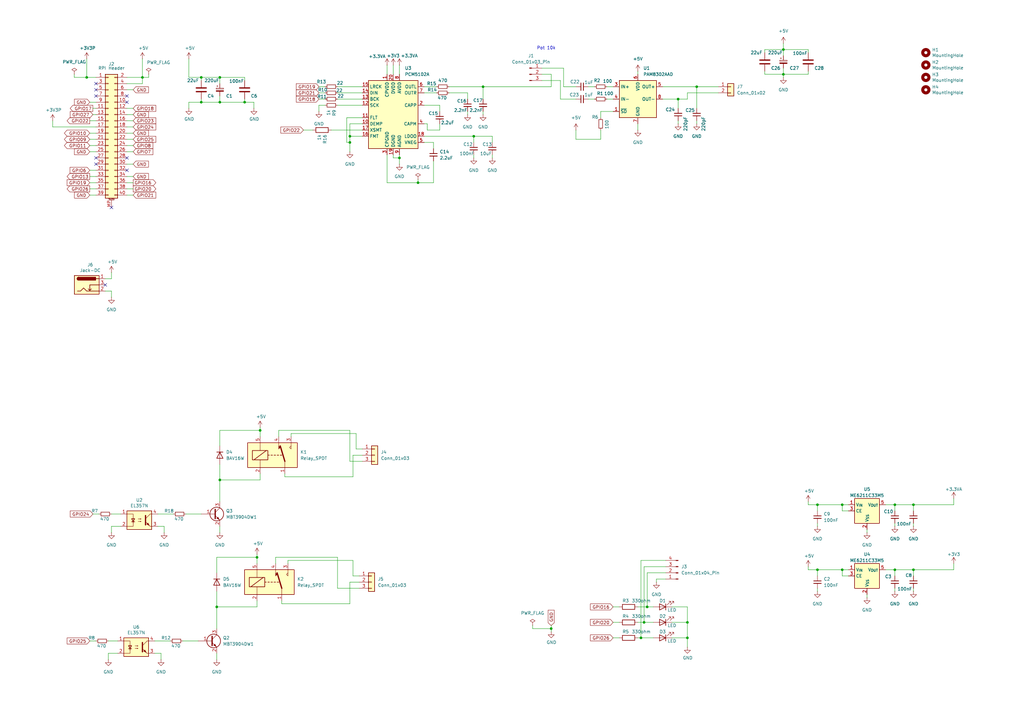
<source format=kicad_sch>
(kicad_sch
	(version 20231120)
	(generator "eeschema")
	(generator_version "8.0")
	(uuid "9554295f-11ef-4a0c-a391-c9547a05a578")
	(paper "A3")
	(title_block
		(title "ESGF_BANBEL")
		(rev "V1.00")
		(company "SweProj.com")
	)
	
	(junction
		(at 262.89 261.62)
		(diameter 0)
		(color 0 0 0 0)
		(uuid "04058832-13b6-47ff-9426-58d293a560ef")
	)
	(junction
		(at 143.51 58.42)
		(diameter 0)
		(color 0 0 0 0)
		(uuid "0b795930-dc22-4056-b647-2d8868d9c120")
	)
	(junction
		(at 345.44 207.01)
		(diameter 0)
		(color 0 0 0 0)
		(uuid "0fa1b07b-2a00-4a12-ba94-27959a3418eb")
	)
	(junction
		(at 281.94 261.62)
		(diameter 0)
		(color 0 0 0 0)
		(uuid "1cdfb139-e409-45cb-9179-8675e43b2a9e")
	)
	(junction
		(at 90.17 41.91)
		(diameter 0)
		(color 0 0 0 0)
		(uuid "288bc1ec-cdd9-4db0-8407-8ecf9939529b")
	)
	(junction
		(at 58.42 31.75)
		(diameter 0)
		(color 0 0 0 0)
		(uuid "290e1095-8d2e-442f-80e9-0f803f0377f2")
	)
	(junction
		(at 90.17 196.85)
		(diameter 0)
		(color 0 0 0 0)
		(uuid "3275b3af-d045-4c66-8909-ab4954a1b3c6")
	)
	(junction
		(at 198.12 35.56)
		(diameter 0)
		(color 0 0 0 0)
		(uuid "37ba28d6-fa1f-4134-9b1b-cdee6010796c")
	)
	(junction
		(at 88.9 248.92)
		(diameter 0)
		(color 0 0 0 0)
		(uuid "3c4c424f-32ea-490a-9c67-0c66327fcc4d")
	)
	(junction
		(at 105.41 228.6)
		(diameter 0)
		(color 0 0 0 0)
		(uuid "3dd05fea-782e-42ad-8a7a-4c44bbdf45cb")
	)
	(junction
		(at 374.65 233.68)
		(diameter 0)
		(color 0 0 0 0)
		(uuid "3e3325c3-5cee-4093-b223-0a79b83e9ff3")
	)
	(junction
		(at 285.75 35.56)
		(diameter 0)
		(color 0 0 0 0)
		(uuid "3eda4361-6014-452a-9583-0c22cab7a2f3")
	)
	(junction
		(at 278.13 40.64)
		(diameter 0)
		(color 0 0 0 0)
		(uuid "4ef77cb8-5416-4040-9f0b-c57f5794d834")
	)
	(junction
		(at 194.31 55.88)
		(diameter 0)
		(color 0 0 0 0)
		(uuid "508d66b6-3dc5-4cc0-b240-cb8c8cb94a0c")
	)
	(junction
		(at 143.51 55.88)
		(diameter 0)
		(color 0 0 0 0)
		(uuid "5529cf5e-f159-4678-8d83-43b4c836b108")
	)
	(junction
		(at 171.45 74.93)
		(diameter 0)
		(color 0 0 0 0)
		(uuid "60011f0f-7c05-43ba-98a5-87495cb6bf5f")
	)
	(junction
		(at 281.94 255.27)
		(diameter 0)
		(color 0 0 0 0)
		(uuid "616945a1-3db1-44d2-a191-9a322055b196")
	)
	(junction
		(at 367.03 233.68)
		(diameter 0)
		(color 0 0 0 0)
		(uuid "6a1fc9a3-ca39-49fa-a566-45594c456405")
	)
	(junction
		(at 226.06 257.81)
		(diameter 0)
		(color 0 0 0 0)
		(uuid "77d6856c-62fd-469d-982b-afdd46674189")
	)
	(junction
		(at 90.17 31.75)
		(diameter 0)
		(color 0 0 0 0)
		(uuid "7a34921e-dc5c-4711-a248-7a3844f10efa")
	)
	(junction
		(at 163.83 64.77)
		(diameter 0)
		(color 0 0 0 0)
		(uuid "7dc6f40e-0ee3-4f88-8314-c1c29dbd5e87")
	)
	(junction
		(at 35.56 31.75)
		(diameter 0)
		(color 0 0 0 0)
		(uuid "7f2436c8-2eeb-4046-9915-d62e6aa41b9f")
	)
	(junction
		(at 106.68 176.53)
		(diameter 0)
		(color 0 0 0 0)
		(uuid "870e027c-5daf-4268-bfc2-e06825038c99")
	)
	(junction
		(at 264.16 255.27)
		(diameter 0)
		(color 0 0 0 0)
		(uuid "9dacce5e-8762-49d7-bbd4-a271c343f4ce")
	)
	(junction
		(at 335.28 233.68)
		(diameter 0)
		(color 0 0 0 0)
		(uuid "a265b5e4-edef-414d-a724-6cf3ef69893a")
	)
	(junction
		(at 321.31 20.32)
		(diameter 0)
		(color 0 0 0 0)
		(uuid "a3f399f2-cd8f-43aa-ae03-610e50b953e7")
	)
	(junction
		(at 82.55 31.75)
		(diameter 0)
		(color 0 0 0 0)
		(uuid "a9cf12cd-52bf-4f9f-94ce-972c42ce712b")
	)
	(junction
		(at 82.55 41.91)
		(diameter 0)
		(color 0 0 0 0)
		(uuid "ab2ac506-3b0f-4237-a82e-1953b49aff1c")
	)
	(junction
		(at 100.33 41.91)
		(diameter 0)
		(color 0 0 0 0)
		(uuid "b10ea619-9cb7-4e4d-9957-f034d9037395")
	)
	(junction
		(at 321.31 30.48)
		(diameter 0)
		(color 0 0 0 0)
		(uuid "cfaeb25a-0f8e-4caa-8e59-7a1770355fac")
	)
	(junction
		(at 335.28 207.01)
		(diameter 0)
		(color 0 0 0 0)
		(uuid "d0eadb93-6dc1-4a28-87e6-ab22784b2f9c")
	)
	(junction
		(at 345.44 233.68)
		(diameter 0)
		(color 0 0 0 0)
		(uuid "d6a4f90f-1981-4105-b300-37c9c0fa8868")
	)
	(junction
		(at 265.43 248.92)
		(diameter 0)
		(color 0 0 0 0)
		(uuid "e48b2c25-c09a-4d32-b13a-3fb345e51f96")
	)
	(junction
		(at 374.65 207.01)
		(diameter 0)
		(color 0 0 0 0)
		(uuid "ef4b97cc-95e4-4056-baca-376e6e204f35")
	)
	(junction
		(at 367.03 207.01)
		(diameter 0)
		(color 0 0 0 0)
		(uuid "f04576b9-cec8-44b9-b72a-6827ee03dff9")
	)
	(no_connect
		(at 52.07 41.91)
		(uuid "042e9436-7064-4e3b-a513-45e1e65bad2e")
	)
	(no_connect
		(at 52.07 39.37)
		(uuid "1b2ab878-5ea5-4ece-aa89-c07f3823ff0a")
	)
	(no_connect
		(at 39.37 34.29)
		(uuid "1fdea2f0-c797-44cb-b7cb-c9263113ad88")
	)
	(no_connect
		(at 39.37 39.37)
		(uuid "20dd9c7f-9773-486d-b049-9e7672212a48")
	)
	(no_connect
		(at 39.37 67.31)
		(uuid "540c99fd-24c4-4aa1-aa7f-2476b9f17a76")
	)
	(no_connect
		(at 52.07 64.77)
		(uuid "5c3f3d81-cdaa-44d1-b274-062dc156080b")
	)
	(no_connect
		(at 52.07 69.85)
		(uuid "67112b10-3658-4b98-929f-a1198df4b725")
	)
	(no_connect
		(at 39.37 64.77)
		(uuid "d0859326-b9b0-4c3e-89aa-40a190f15f81")
	)
	(no_connect
		(at 39.37 36.83)
		(uuid "dd75fc0c-0e10-44a0-bad2-183804387f44")
	)
	(no_connect
		(at 45.72 85.09)
		(uuid "f5448ad3-df4e-4f91-acf3-388597787b44")
	)
	(no_connect
		(at 43.18 116.84)
		(uuid "f72bba1c-49c6-4bf9-8479-4828d4b73e75")
	)
	(wire
		(pts
			(xy 194.31 55.88) (xy 201.93 55.88)
		)
		(stroke
			(width 0)
			(type default)
		)
		(uuid "001e51f1-a4ed-40ef-ad4e-7da200e2136b")
	)
	(wire
		(pts
			(xy 105.41 227.33) (xy 105.41 228.6)
		)
		(stroke
			(width 0)
			(type default)
		)
		(uuid "00ca800a-c9e0-48d3-88e4-f2411c5c12b1")
	)
	(wire
		(pts
			(xy 144.78 186.69) (xy 144.78 195.58)
		)
		(stroke
			(width 0)
			(type default)
		)
		(uuid "00f8e191-7104-4ee8-a5e2-256be40b0bda")
	)
	(wire
		(pts
			(xy 119.38 179.07) (xy 119.38 177.8)
		)
		(stroke
			(width 0)
			(type default)
		)
		(uuid "02451390-5093-489c-9452-bffe6b48e33d")
	)
	(wire
		(pts
			(xy 335.28 209.55) (xy 335.28 207.01)
		)
		(stroke
			(width 0)
			(type default)
		)
		(uuid "02865264-f98e-4324-a59c-3c58a6bfc6ec")
	)
	(wire
		(pts
			(xy 90.17 196.85) (xy 106.68 196.85)
		)
		(stroke
			(width 0)
			(type default)
		)
		(uuid "0363fd00-e9fd-43dc-9aba-80a55554ea69")
	)
	(wire
		(pts
			(xy 45.72 210.82) (xy 49.53 210.82)
		)
		(stroke
			(width 0)
			(type default)
		)
		(uuid "038840ea-8b07-4e33-b832-2db97da7b2e5")
	)
	(wire
		(pts
			(xy 142.24 58.42) (xy 143.51 58.42)
		)
		(stroke
			(width 0)
			(type default)
		)
		(uuid "038fded2-b709-499c-ba48-e03f5f41a1f9")
	)
	(wire
		(pts
			(xy 264.16 255.27) (xy 264.16 232.41)
		)
		(stroke
			(width 0)
			(type default)
		)
		(uuid "04b59a57-1b7d-4cc1-aa79-8c8c86a22ab8")
	)
	(wire
		(pts
			(xy 226.06 257.81) (xy 226.06 259.08)
		)
		(stroke
			(width 0)
			(type default)
		)
		(uuid "04ed096d-e34b-4fac-9e9c-890af787b3ca")
	)
	(wire
		(pts
			(xy 231.14 27.94) (xy 222.25 27.94)
		)
		(stroke
			(width 0)
			(type default)
		)
		(uuid "06ee3cdb-03b6-446f-9dc6-f3dad957bb14")
	)
	(wire
		(pts
			(xy 52.07 59.69) (xy 54.61 59.69)
		)
		(stroke
			(width 0)
			(type default)
		)
		(uuid "08369142-b856-4e01-a554-e7dddaf0f7ac")
	)
	(wire
		(pts
			(xy 269.24 238.76) (xy 269.24 237.49)
		)
		(stroke
			(width 0)
			(type default)
		)
		(uuid "08afab01-e37f-4cfc-9ff6-f81b053514da")
	)
	(wire
		(pts
			(xy 335.28 207.01) (xy 345.44 207.01)
		)
		(stroke
			(width 0)
			(type default)
		)
		(uuid "0a02b8c2-5ce2-4688-b6a2-c4509636dd2b")
	)
	(wire
		(pts
			(xy 335.28 241.3) (xy 335.28 242.57)
		)
		(stroke
			(width 0)
			(type default)
		)
		(uuid "0b261709-6b3b-403d-8098-00abcc735df1")
	)
	(wire
		(pts
			(xy 36.83 62.23) (xy 39.37 62.23)
		)
		(stroke
			(width 0)
			(type default)
		)
		(uuid "0b60e137-286c-4d9c-8194-93b68afbc4e1")
	)
	(wire
		(pts
			(xy 355.6 243.84) (xy 355.6 245.11)
		)
		(stroke
			(width 0)
			(type default)
		)
		(uuid "0c8b709c-4c0e-47b6-9ca8-dfa60a4a11c2")
	)
	(wire
		(pts
			(xy 321.31 20.32) (xy 321.31 22.86)
		)
		(stroke
			(width 0)
			(type default)
		)
		(uuid "0d1906d2-cff9-4354-b6b7-4eaffb2ef72d")
	)
	(wire
		(pts
			(xy 363.22 233.68) (xy 367.03 233.68)
		)
		(stroke
			(width 0)
			(type default)
		)
		(uuid "0e131992-2358-436a-a3a3-353b912eeebd")
	)
	(wire
		(pts
			(xy 173.99 35.56) (xy 179.07 35.56)
		)
		(stroke
			(width 0)
			(type default)
		)
		(uuid "11669942-09c4-4f1b-b326-d1f69e62134e")
	)
	(wire
		(pts
			(xy 36.83 54.61) (xy 39.37 54.61)
		)
		(stroke
			(width 0)
			(type default)
		)
		(uuid "1568a092-3886-473a-b0be-7d01e496a552")
	)
	(wire
		(pts
			(xy 161.29 26.67) (xy 161.29 30.48)
		)
		(stroke
			(width 0)
			(type default)
		)
		(uuid "1571dfd2-f17b-4599-9594-8b924e113040")
	)
	(wire
		(pts
			(xy 321.31 27.94) (xy 321.31 30.48)
		)
		(stroke
			(width 0)
			(type default)
		)
		(uuid "16c3306b-8954-4af7-b64f-196d5c27d72a")
	)
	(wire
		(pts
			(xy 106.68 175.26) (xy 106.68 176.53)
		)
		(stroke
			(width 0)
			(type default)
		)
		(uuid "19a5b147-7229-4252-aaf6-4dea39fceea2")
	)
	(wire
		(pts
			(xy 82.55 41.91) (xy 77.47 41.91)
		)
		(stroke
			(width 0)
			(type default)
		)
		(uuid "1abb8fb2-5f09-47d4-847c-3a4d701a7e6a")
	)
	(wire
		(pts
			(xy 138.43 38.1) (xy 148.59 38.1)
		)
		(stroke
			(width 0)
			(type default)
		)
		(uuid "1bafdfcc-6d82-41e0-b63a-82bdcec02e29")
	)
	(wire
		(pts
			(xy 90.17 176.53) (xy 106.68 176.53)
		)
		(stroke
			(width 0)
			(type default)
		)
		(uuid "1ce61a7f-658c-4144-954a-c24514b1d901")
	)
	(wire
		(pts
			(xy 146.05 184.15) (xy 148.59 184.15)
		)
		(stroke
			(width 0)
			(type default)
		)
		(uuid "1f691c1c-b32a-4749-8795-8508ef08e5a8")
	)
	(wire
		(pts
			(xy 113.03 228.6) (xy 138.43 228.6)
		)
		(stroke
			(width 0)
			(type default)
		)
		(uuid "20a149e4-237a-4108-8970-0c6536522e91")
	)
	(wire
		(pts
			(xy 116.84 194.31) (xy 116.84 195.58)
		)
		(stroke
			(width 0)
			(type default)
		)
		(uuid "22740182-dcc0-432d-b279-01b60fe9f102")
	)
	(wire
		(pts
			(xy 143.51 55.88) (xy 143.51 58.42)
		)
		(stroke
			(width 0)
			(type default)
		)
		(uuid "22b060fd-db90-4a85-915d-08e696ad2192")
	)
	(wire
		(pts
			(xy 106.68 176.53) (xy 106.68 179.07)
		)
		(stroke
			(width 0)
			(type default)
		)
		(uuid "22b7b11d-7136-4380-8b71-9858182438c0")
	)
	(wire
		(pts
			(xy 251.46 261.62) (xy 254 261.62)
		)
		(stroke
			(width 0)
			(type default)
		)
		(uuid "244ce631-9b17-4c5b-9ccb-23fae942f831")
	)
	(wire
		(pts
			(xy 45.72 215.9) (xy 45.72 218.44)
		)
		(stroke
			(width 0)
			(type default)
		)
		(uuid "247aa5e8-7898-450e-97fd-2b8629e89de6")
	)
	(wire
		(pts
			(xy 52.07 57.15) (xy 54.61 57.15)
		)
		(stroke
			(width 0)
			(type default)
		)
		(uuid "26138a2d-7901-4148-8618-b673e982bc63")
	)
	(wire
		(pts
			(xy 90.17 196.85) (xy 90.17 205.74)
		)
		(stroke
			(width 0)
			(type default)
		)
		(uuid "2669135e-bbc1-4abb-a61f-ae6d32c88edd")
	)
	(wire
		(pts
			(xy 275.59 248.92) (xy 281.94 248.92)
		)
		(stroke
			(width 0)
			(type default)
		)
		(uuid "26dc2eb6-3e7e-4b9e-b101-108b5ed9a27f")
	)
	(wire
		(pts
			(xy 77.47 31.75) (xy 82.55 31.75)
		)
		(stroke
			(width 0)
			(type default)
		)
		(uuid "2890d301-5051-4606-bfd6-79541416c50e")
	)
	(wire
		(pts
			(xy 281.94 40.64) (xy 281.94 38.1)
		)
		(stroke
			(width 0)
			(type default)
		)
		(uuid "28c822b5-da1d-4f00-9960-3465d1140b5f")
	)
	(wire
		(pts
			(xy 374.65 214.63) (xy 374.65 215.9)
		)
		(stroke
			(width 0)
			(type default)
		)
		(uuid "2b7304b8-adf4-44a3-99d4-e560d3e388c3")
	)
	(wire
		(pts
			(xy 66.04 267.97) (xy 66.04 270.51)
		)
		(stroke
			(width 0)
			(type default)
		)
		(uuid "2ba12cd8-1e67-472b-b87c-696d756a1b74")
	)
	(wire
		(pts
			(xy 36.83 59.69) (xy 39.37 59.69)
		)
		(stroke
			(width 0)
			(type default)
		)
		(uuid "2bd6527e-f57b-4d17-b787-3512aed42302")
	)
	(wire
		(pts
			(xy 335.28 214.63) (xy 335.28 215.9)
		)
		(stroke
			(width 0)
			(type default)
		)
		(uuid "2db652d7-ed95-4470-9ead-ea72aa34ef06")
	)
	(wire
		(pts
			(xy 43.18 119.38) (xy 45.72 119.38)
		)
		(stroke
			(width 0)
			(type default)
		)
		(uuid "2f471706-7edb-46c8-9d20-3c5eada9c2b0")
	)
	(wire
		(pts
			(xy 113.03 231.14) (xy 113.03 228.6)
		)
		(stroke
			(width 0)
			(type default)
		)
		(uuid "2f707f7c-af2f-4155-8f88-37cbd53e93f1")
	)
	(wire
		(pts
			(xy 52.07 49.53) (xy 54.61 49.53)
		)
		(stroke
			(width 0)
			(type default)
		)
		(uuid "2f9537a2-ca83-4d2c-9484-5e3bd9a5f535")
	)
	(wire
		(pts
			(xy 347.98 233.68) (xy 345.44 233.68)
		)
		(stroke
			(width 0)
			(type default)
		)
		(uuid "31c4f56a-4406-4950-a1e4-12fc32bb580e")
	)
	(wire
		(pts
			(xy 367.03 207.01) (xy 367.03 209.55)
		)
		(stroke
			(width 0)
			(type default)
		)
		(uuid "327ffc82-2fca-4d66-bba4-0db65927c97e")
	)
	(wire
		(pts
			(xy 374.65 233.68) (xy 374.65 236.22)
		)
		(stroke
			(width 0)
			(type default)
		)
		(uuid "36d6b94f-a6b9-4423-9c31-8769d39ff7de")
	)
	(wire
		(pts
			(xy 281.94 248.92) (xy 281.94 255.27)
		)
		(stroke
			(width 0)
			(type default)
		)
		(uuid "376a6c37-19cc-4810-9eb3-4f5002c10e13")
	)
	(wire
		(pts
			(xy 321.31 30.48) (xy 321.31 31.75)
		)
		(stroke
			(width 0)
			(type default)
		)
		(uuid "37d5a76c-c651-4ac8-a5e3-46c2c2bfa8a0")
	)
	(wire
		(pts
			(xy 76.2 210.82) (xy 82.55 210.82)
		)
		(stroke
			(width 0)
			(type default)
		)
		(uuid "38ec4d88-c26d-49d0-afe9-4eda3d74d1da")
	)
	(wire
		(pts
			(xy 38.1 210.82) (xy 40.64 210.82)
		)
		(stroke
			(width 0)
			(type default)
		)
		(uuid "39bade24-2f39-4e82-9ecf-3c958025b0c5")
	)
	(wire
		(pts
			(xy 90.17 190.5) (xy 90.17 196.85)
		)
		(stroke
			(width 0)
			(type default)
		)
		(uuid "3a9b7cb6-6d21-4f80-be27-99b6784813b8")
	)
	(wire
		(pts
			(xy 163.83 64.77) (xy 163.83 67.31)
		)
		(stroke
			(width 0)
			(type default)
		)
		(uuid "3abf3b66-aee6-4455-9760-11ad20149b3e")
	)
	(wire
		(pts
			(xy 173.99 55.88) (xy 194.31 55.88)
		)
		(stroke
			(width 0)
			(type default)
		)
		(uuid "3c950c12-65da-4807-a814-1aa582c942cb")
	)
	(wire
		(pts
			(xy 198.12 45.72) (xy 198.12 46.99)
		)
		(stroke
			(width 0)
			(type default)
		)
		(uuid "3dc01ae2-42ab-48fe-8bea-683dbd1078b1")
	)
	(wire
		(pts
			(xy 90.17 31.75) (xy 100.33 31.75)
		)
		(stroke
			(width 0)
			(type default)
		)
		(uuid "3ff5922d-e067-4dba-98f0-330c602e180c")
	)
	(wire
		(pts
			(xy 52.07 74.93) (xy 54.61 74.93)
		)
		(stroke
			(width 0)
			(type default)
		)
		(uuid "40de4661-ca8a-4868-91f3-f054346dd00d")
	)
	(wire
		(pts
			(xy 77.47 41.91) (xy 77.47 44.45)
		)
		(stroke
			(width 0)
			(type default)
		)
		(uuid "40f07543-9760-4d98-b987-1ac12de579d8")
	)
	(wire
		(pts
			(xy 36.83 49.53) (xy 39.37 49.53)
		)
		(stroke
			(width 0)
			(type default)
		)
		(uuid "43ba5ffb-3572-4faa-b705-adc0a413c08a")
	)
	(wire
		(pts
			(xy 38.1 46.99) (xy 39.37 46.99)
		)
		(stroke
			(width 0)
			(type default)
		)
		(uuid "43dc7f93-e017-4eca-bcde-bb1a3bc2fc0b")
	)
	(wire
		(pts
			(xy 367.03 207.01) (xy 374.65 207.01)
		)
		(stroke
			(width 0)
			(type default)
		)
		(uuid "44299c7e-afad-4db8-befb-9be61a274242")
	)
	(wire
		(pts
			(xy 321.31 30.48) (xy 331.47 30.48)
		)
		(stroke
			(width 0)
			(type default)
		)
		(uuid "447ae51c-0cb6-4dc6-a618-6e3414237490")
	)
	(wire
		(pts
			(xy 148.59 48.26) (xy 142.24 48.26)
		)
		(stroke
			(width 0)
			(type default)
		)
		(uuid "45207781-1a19-4640-b335-f968e225d293")
	)
	(wire
		(pts
			(xy 115.57 247.65) (xy 143.51 247.65)
		)
		(stroke
			(width 0)
			(type default)
		)
		(uuid "45febf63-c2cf-4c52-a12d-db81fdfc8349")
	)
	(wire
		(pts
			(xy 374.65 207.01) (xy 391.16 207.01)
		)
		(stroke
			(width 0)
			(type default)
		)
		(uuid "46440bb1-7c9c-4635-b4d5-90d36f31172f")
	)
	(wire
		(pts
			(xy 201.93 63.5) (xy 201.93 64.77)
		)
		(stroke
			(width 0)
			(type default)
		)
		(uuid "473e4fba-bcc8-4540-8ea9-84e5bb3d5cdc")
	)
	(wire
		(pts
			(xy 347.98 207.01) (xy 345.44 207.01)
		)
		(stroke
			(width 0)
			(type default)
		)
		(uuid "47be9302-a903-4a0c-a2ff-d2fe54b4f5d8")
	)
	(wire
		(pts
			(xy 158.75 26.67) (xy 158.75 30.48)
		)
		(stroke
			(width 0)
			(type default)
		)
		(uuid "47c849ae-b4a4-4036-8f8a-927483c469ec")
	)
	(wire
		(pts
			(xy 143.51 238.76) (xy 147.32 238.76)
		)
		(stroke
			(width 0)
			(type default)
		)
		(uuid "4820413f-88d2-4c8a-9cad-ebe87b37e3f2")
	)
	(wire
		(pts
			(xy 21.59 52.07) (xy 39.37 52.07)
		)
		(stroke
			(width 0)
			(type default)
		)
		(uuid "494222a0-e4f5-4dc0-8c6b-ab202e6f7c7b")
	)
	(wire
		(pts
			(xy 194.31 63.5) (xy 194.31 64.77)
		)
		(stroke
			(width 0)
			(type default)
		)
		(uuid "4a5374bc-1aef-40c7-971a-ceb151a831ab")
	)
	(wire
		(pts
			(xy 246.38 45.72) (xy 251.46 45.72)
		)
		(stroke
			(width 0)
			(type default)
		)
		(uuid "4c01bfee-7873-44b5-944d-c339704d19af")
	)
	(wire
		(pts
			(xy 198.12 35.56) (xy 198.12 40.64)
		)
		(stroke
			(width 0)
			(type default)
		)
		(uuid "4c3d77f3-c962-4b62-8e34-e9b58cf47dae")
	)
	(wire
		(pts
			(xy 90.17 182.88) (xy 90.17 176.53)
		)
		(stroke
			(width 0)
			(type default)
		)
		(uuid "4c4a42e5-a8ad-4aa4-a23e-321e1e640407")
	)
	(wire
		(pts
			(xy 88.9 234.95) (xy 88.9 228.6)
		)
		(stroke
			(width 0)
			(type default)
		)
		(uuid "4e28a680-5202-4749-bc3e-4d7289296a7e")
	)
	(wire
		(pts
			(xy 138.43 40.64) (xy 148.59 40.64)
		)
		(stroke
			(width 0)
			(type default)
		)
		(uuid "50e600e7-cf49-466e-bbc3-c86ba2561031")
	)
	(wire
		(pts
			(xy 175.26 50.8) (xy 175.26 53.34)
		)
		(stroke
			(width 0)
			(type default)
		)
		(uuid "510d08fd-7e3f-4471-be10-fe5aec20de02")
	)
	(wire
		(pts
			(xy 36.83 69.85) (xy 39.37 69.85)
		)
		(stroke
			(width 0)
			(type default)
		)
		(uuid "524bdf6b-4b90-4672-93b5-bedf285b2746")
	)
	(wire
		(pts
			(xy 271.78 40.64) (xy 278.13 40.64)
		)
		(stroke
			(width 0)
			(type default)
		)
		(uuid "52fbcb69-1182-4720-887f-3e1f0132c20b")
	)
	(wire
		(pts
			(xy 36.83 80.01) (xy 39.37 80.01)
		)
		(stroke
			(width 0)
			(type default)
		)
		(uuid "536cce8a-4e32-493b-a9b8-0f42a031788c")
	)
	(wire
		(pts
			(xy 265.43 248.92) (xy 265.43 234.95)
		)
		(stroke
			(width 0)
			(type default)
		)
		(uuid "537389b2-0506-4f9f-bfd8-0d341bf84b7d")
	)
	(wire
		(pts
			(xy 30.48 30.48) (xy 30.48 31.75)
		)
		(stroke
			(width 0)
			(type default)
		)
		(uuid "538dbc69-8313-421c-8bb6-2195e8bfd404")
	)
	(wire
		(pts
			(xy 143.51 55.88) (xy 148.59 55.88)
		)
		(stroke
			(width 0)
			(type default)
		)
		(uuid "5443e757-22a3-4068-85cb-58edea1ab4c8")
	)
	(wire
		(pts
			(xy 88.9 248.92) (xy 105.41 248.92)
		)
		(stroke
			(width 0)
			(type default)
		)
		(uuid "55bb4569-4797-4b78-b9a3-7fa8bd3a7425")
	)
	(wire
		(pts
			(xy 163.83 26.67) (xy 163.83 30.48)
		)
		(stroke
			(width 0)
			(type default)
		)
		(uuid "55e222ad-3f0d-41fd-a832-4409ef4559d1")
	)
	(wire
		(pts
			(xy 278.13 40.64) (xy 278.13 44.45)
		)
		(stroke
			(width 0)
			(type default)
		)
		(uuid "56b79241-f996-457b-864a-69f5e6028291")
	)
	(wire
		(pts
			(xy 229.87 40.64) (xy 236.22 40.64)
		)
		(stroke
			(width 0)
			(type default)
		)
		(uuid "56e44397-0232-41e8-b531-b08c1e66902b")
	)
	(wire
		(pts
			(xy 281.94 261.62) (xy 281.94 265.43)
		)
		(stroke
			(width 0)
			(type default)
		)
		(uuid "56f0645a-5c85-4935-b7bc-29a9fc4953a2")
	)
	(wire
		(pts
			(xy 374.65 207.01) (xy 374.65 209.55)
		)
		(stroke
			(width 0)
			(type default)
		)
		(uuid "59631e52-7a35-4465-9f01-248b1f49fe0f")
	)
	(wire
		(pts
			(xy 52.07 44.45) (xy 54.61 44.45)
		)
		(stroke
			(width 0)
			(type default)
		)
		(uuid "5a7b6d5b-d022-4b66-a6ba-3406a5ca43bb")
	)
	(wire
		(pts
			(xy 82.55 41.91) (xy 90.17 41.91)
		)
		(stroke
			(width 0)
			(type default)
		)
		(uuid "5a9741e2-1c40-4b93-8897-1eba8fca8a7e")
	)
	(wire
		(pts
			(xy 285.75 49.53) (xy 285.75 50.8)
		)
		(stroke
			(width 0)
			(type default)
		)
		(uuid "5a9d411d-d33e-4239-9ee0-7d955db2222e")
	)
	(wire
		(pts
			(xy 130.81 43.18) (xy 133.35 43.18)
		)
		(stroke
			(width 0)
			(type default)
		)
		(uuid "5cb299b0-a673-4ad9-9962-232e280263e8")
	)
	(wire
		(pts
			(xy 44.45 267.97) (xy 48.26 267.97)
		)
		(stroke
			(width 0)
			(type default)
		)
		(uuid "5e8c70ab-5905-4d20-a393-8cf6c0230e04")
	)
	(wire
		(pts
			(xy 226.06 256.54) (xy 226.06 257.81)
		)
		(stroke
			(width 0)
			(type default)
		)
		(uuid "601b7fc4-70bc-4670-9233-0ba028cd4be5")
	)
	(wire
		(pts
			(xy 119.38 177.8) (xy 146.05 177.8)
		)
		(stroke
			(width 0)
			(type default)
		)
		(uuid "61368779-0875-45d9-aa60-b377e77d3ee4")
	)
	(wire
		(pts
			(xy 171.45 73.66) (xy 171.45 74.93)
		)
		(stroke
			(width 0)
			(type default)
		)
		(uuid "613e1426-7890-4d1f-84d0-46dc28329648")
	)
	(wire
		(pts
			(xy 248.92 35.56) (xy 251.46 35.56)
		)
		(stroke
			(width 0)
			(type default)
		)
		(uuid "615dd50e-2bb7-4a6a-b528-53c398d932e8")
	)
	(wire
		(pts
			(xy 198.12 35.56) (xy 226.06 35.56)
		)
		(stroke
			(width 0)
			(type default)
		)
		(uuid "61c16e04-91fc-44b8-bf07-6b94e5bedf51")
	)
	(wire
		(pts
			(xy 158.75 63.5) (xy 158.75 74.93)
		)
		(stroke
			(width 0)
			(type default)
		)
		(uuid "624eb704-f032-4486-9769-67c7b9a5d04e")
	)
	(wire
		(pts
			(xy 138.43 43.18) (xy 148.59 43.18)
		)
		(stroke
			(width 0)
			(type default)
		)
		(uuid "626d151a-a436-43f6-a503-c42702132d88")
	)
	(wire
		(pts
			(xy 313.69 20.32) (xy 321.31 20.32)
		)
		(stroke
			(width 0)
			(type default)
		)
		(uuid "62e66c44-f6ed-4893-a5fa-c83c3cd34c3f")
	)
	(wire
		(pts
			(xy 52.07 62.23) (xy 54.61 62.23)
		)
		(stroke
			(width 0)
			(type default)
		)
		(uuid "64bd7b40-ce93-40c5-9d8c-01ccb42e37b0")
	)
	(wire
		(pts
			(xy 177.8 58.42) (xy 177.8 60.96)
		)
		(stroke
			(width 0)
			(type default)
		)
		(uuid "65fb471d-bee7-4f02-a793-24261ac190a7")
	)
	(wire
		(pts
			(xy 143.51 50.8) (xy 148.59 50.8)
		)
		(stroke
			(width 0)
			(type default)
		)
		(uuid "664b555b-2f23-478a-b8ca-fb77e5f365c0")
	)
	(wire
		(pts
			(xy 45.72 215.9) (xy 49.53 215.9)
		)
		(stroke
			(width 0)
			(type default)
		)
		(uuid "68163138-7ca0-4567-80ac-082e3489e807")
	)
	(wire
		(pts
			(xy 143.51 50.8) (xy 143.51 55.88)
		)
		(stroke
			(width 0)
			(type default)
		)
		(uuid "6984d8de-b285-422c-b22a-a4481d84411c")
	)
	(wire
		(pts
			(xy 331.47 20.32) (xy 331.47 21.59)
		)
		(stroke
			(width 0)
			(type default)
		)
		(uuid "6a1c69cc-c3ba-4cf8-8e6f-580342205b99")
	)
	(wire
		(pts
			(xy 184.15 35.56) (xy 198.12 35.56)
		)
		(stroke
			(width 0)
			(type default)
		)
		(uuid "6a83127e-253b-42e5-9104-206c8ee49802")
	)
	(wire
		(pts
			(xy 142.24 48.26) (xy 142.24 58.42)
		)
		(stroke
			(width 0)
			(type default)
		)
		(uuid "6c237182-ceea-4b62-8b07-e609dd7c4953")
	)
	(wire
		(pts
			(xy 100.33 31.75) (xy 100.33 33.02)
		)
		(stroke
			(width 0)
			(type default)
		)
		(uuid "6eadfdce-cda7-4855-8cbf-637e543953fa")
	)
	(wire
		(pts
			(xy 118.11 231.14) (xy 118.11 229.87)
		)
		(stroke
			(width 0)
			(type default)
		)
		(uuid "6f2348c5-e2da-40d2-80b5-0037452ff2e5")
	)
	(wire
		(pts
			(xy 177.8 66.04) (xy 177.8 74.93)
		)
		(stroke
			(width 0)
			(type default)
		)
		(uuid "72ba4529-d5d7-4677-a6ae-1a3e1a9304d6")
	)
	(wire
		(pts
			(xy 82.55 31.75) (xy 90.17 31.75)
		)
		(stroke
			(width 0)
			(type default)
		)
		(uuid "7388e7e1-754b-4627-ab67-9eab332cfdc3")
	)
	(wire
		(pts
			(xy 36.83 41.91) (xy 39.37 41.91)
		)
		(stroke
			(width 0)
			(type default)
		)
		(uuid "73e082f9-f03e-4f18-adbe-c18cab25293a")
	)
	(wire
		(pts
			(xy 265.43 234.95) (xy 273.05 234.95)
		)
		(stroke
			(width 0)
			(type default)
		)
		(uuid "74a9ddef-7fdd-41e2-b9ca-6be8909f8c24")
	)
	(wire
		(pts
			(xy 130.81 38.1) (xy 133.35 38.1)
		)
		(stroke
			(width 0)
			(type default)
		)
		(uuid "74dddbed-ba3a-41c9-89df-0d88e54f9ec0")
	)
	(wire
		(pts
			(xy 281.94 255.27) (xy 281.94 261.62)
		)
		(stroke
			(width 0)
			(type default)
		)
		(uuid "76c8067c-ba6b-4b8d-9906-28d27b08e2d2")
	)
	(wire
		(pts
			(xy 191.77 38.1) (xy 191.77 40.64)
		)
		(stroke
			(width 0)
			(type default)
		)
		(uuid "76d05352-2b62-4ce6-af6c-69564abd98bb")
	)
	(wire
		(pts
			(xy 45.72 114.3) (xy 45.72 111.76)
		)
		(stroke
			(width 0)
			(type default)
		)
		(uuid "785da9c1-5437-491c-9a3c-8f8c90dd41ae")
	)
	(wire
		(pts
			(xy 64.77 215.9) (xy 67.31 215.9)
		)
		(stroke
			(width 0)
			(type default)
		)
		(uuid "7881d8d9-3c33-4032-b194-a7666b7eb051")
	)
	(wire
		(pts
			(xy 63.5 267.97) (xy 66.04 267.97)
		)
		(stroke
			(width 0)
			(type default)
		)
		(uuid "78fe119a-dc1c-4c22-baa7-9b90e667d77b")
	)
	(wire
		(pts
			(xy 90.17 215.9) (xy 90.17 218.44)
		)
		(stroke
			(width 0)
			(type default)
		)
		(uuid "79f55a52-58b4-41eb-a788-4260c62462cd")
	)
	(wire
		(pts
			(xy 201.93 55.88) (xy 201.93 58.42)
		)
		(stroke
			(width 0)
			(type default)
		)
		(uuid "7ad46c6c-70e0-4bdb-84b7-f567e341e10e")
	)
	(wire
		(pts
			(xy 271.78 35.56) (xy 285.75 35.56)
		)
		(stroke
			(width 0)
			(type default)
		)
		(uuid "7ae6bc9d-7c25-41df-9b59-b0b6630ec1ac")
	)
	(wire
		(pts
			(xy 158.75 74.93) (xy 171.45 74.93)
		)
		(stroke
			(width 0)
			(type default)
		)
		(uuid "7b25b608-714c-42b8-9ef8-4d18c7e5f936")
	)
	(wire
		(pts
			(xy 118.11 229.87) (xy 144.78 229.87)
		)
		(stroke
			(width 0)
			(type default)
		)
		(uuid "7c06d571-6b06-4deb-9ce5-10067f3ac3d5")
	)
	(wire
		(pts
			(xy 226.06 30.48) (xy 222.25 30.48)
		)
		(stroke
			(width 0)
			(type default)
		)
		(uuid "7eb06337-0b31-4b49-98a2-3728b703863b")
	)
	(wire
		(pts
			(xy 331.47 232.41) (xy 331.47 233.68)
		)
		(stroke
			(width 0)
			(type default)
		)
		(uuid "80626b3c-188b-43db-a1c2-af1a280f5412")
	)
	(wire
		(pts
			(xy 246.38 48.26) (xy 246.38 45.72)
		)
		(stroke
			(width 0)
			(type default)
		)
		(uuid "811ea2d9-75b6-4afb-86c8-3c122faa5778")
	)
	(wire
		(pts
			(xy 278.13 49.53) (xy 278.13 50.8)
		)
		(stroke
			(width 0)
			(type default)
		)
		(uuid "8297c48f-c579-45ed-b285-07afda4ff151")
	)
	(wire
		(pts
			(xy 180.34 43.18) (xy 180.34 45.72)
		)
		(stroke
			(width 0)
			(type default)
		)
		(uuid "830f9866-e8d5-4811-9135-175b95ef3775")
	)
	(wire
		(pts
			(xy 90.17 31.75) (xy 90.17 34.29)
		)
		(stroke
			(width 0)
			(type default)
		)
		(uuid "84aa2730-b8a6-4ebe-8b7e-2061b7712dd6")
	)
	(wire
		(pts
			(xy 261.62 261.62) (xy 262.89 261.62)
		)
		(stroke
			(width 0)
			(type default)
		)
		(uuid "858d4938-c023-4923-91e5-949ba4ca32f9")
	)
	(wire
		(pts
			(xy 138.43 241.3) (xy 147.32 241.3)
		)
		(stroke
			(width 0)
			(type default)
		)
		(uuid "85cc5535-5dff-4b7a-b800-06fcfb43345c")
	)
	(wire
		(pts
			(xy 135.89 53.34) (xy 148.59 53.34)
		)
		(stroke
			(width 0)
			(type default)
		)
		(uuid "866b558a-ad49-4ca9-b785-f86e2ca15722")
	)
	(wire
		(pts
			(xy 144.78 229.87) (xy 144.78 236.22)
		)
		(stroke
			(width 0)
			(type default)
		)
		(uuid "8705f8bc-1007-41ff-b07d-1b0c6eacaf6b")
	)
	(wire
		(pts
			(xy 100.33 41.91) (xy 100.33 40.64)
		)
		(stroke
			(width 0)
			(type default)
		)
		(uuid "871ec447-f4e5-400b-8c92-7d99f070db2d")
	)
	(wire
		(pts
			(xy 194.31 55.88) (xy 194.31 58.42)
		)
		(stroke
			(width 0)
			(type default)
		)
		(uuid "875c09dc-87e1-4963-97b8-381e28ca20a7")
	)
	(wire
		(pts
			(xy 367.03 214.63) (xy 367.03 215.9)
		)
		(stroke
			(width 0)
			(type default)
		)
		(uuid "8780ab9e-8dfd-4870-9e4a-804ef1e7e3a7")
	)
	(wire
		(pts
			(xy 64.77 210.82) (xy 71.12 210.82)
		)
		(stroke
			(width 0)
			(type default)
		)
		(uuid "8789eac3-ef83-446e-8305-80a2cb90ecbb")
	)
	(wire
		(pts
			(xy 90.17 39.37) (xy 90.17 41.91)
		)
		(stroke
			(width 0)
			(type default)
		)
		(uuid "87c1d4e1-4e78-4a51-b119-8674913f1176")
	)
	(wire
		(pts
			(xy 191.77 45.72) (xy 191.77 46.99)
		)
		(stroke
			(width 0)
			(type default)
		)
		(uuid "883fb918-b316-45d4-a357-1ebd2d2ec6e1")
	)
	(wire
		(pts
			(xy 163.83 63.5) (xy 163.83 64.77)
		)
		(stroke
			(width 0)
			(type default)
		)
		(uuid "88c8f8e5-c3aa-4db7-aaa6-198a5a1e62a7")
	)
	(wire
		(pts
			(xy 74.93 262.89) (xy 81.28 262.89)
		)
		(stroke
			(width 0)
			(type default)
		)
		(uuid "88eeb19b-7e25-4296-b190-c9f81c5102d7")
	)
	(wire
		(pts
			(xy 262.89 261.62) (xy 262.89 229.87)
		)
		(stroke
			(width 0)
			(type default)
		)
		(uuid "8a30ea29-cdb8-4016-bb95-83c2dcb84a3a")
	)
	(wire
		(pts
			(xy 313.69 30.48) (xy 321.31 30.48)
		)
		(stroke
			(width 0)
			(type default)
		)
		(uuid "8ca6313d-e5ee-4f0f-b157-9b528dcfcdfd")
	)
	(wire
		(pts
			(xy 143.51 176.53) (xy 143.51 189.23)
		)
		(stroke
			(width 0)
			(type default)
		)
		(uuid "8d418022-5ad2-4587-aaee-f049892133bb")
	)
	(wire
		(pts
			(xy 105.41 246.38) (xy 105.41 248.92)
		)
		(stroke
			(width 0)
			(type default)
		)
		(uuid "90b6d53d-35e2-452a-a887-d71e4f2515ab")
	)
	(wire
		(pts
			(xy 36.83 74.93) (xy 39.37 74.93)
		)
		(stroke
			(width 0)
			(type default)
		)
		(uuid "91d97033-ecbd-48aa-9ca5-328a90ec294c")
	)
	(wire
		(pts
			(xy 144.78 186.69) (xy 148.59 186.69)
		)
		(stroke
			(width 0)
			(type default)
		)
		(uuid "925cf9f3-ca05-42ff-8058-3457991983a9")
	)
	(wire
		(pts
			(xy 218.44 256.54) (xy 218.44 257.81)
		)
		(stroke
			(width 0)
			(type default)
		)
		(uuid "944df350-ae28-4a49-a2ed-7813ceff4a7f")
	)
	(wire
		(pts
			(xy 58.42 34.29) (xy 58.42 31.75)
		)
		(stroke
			(width 0)
			(type default)
		)
		(uuid "95919c20-f52b-4c62-a22c-58e556af9d21")
	)
	(wire
		(pts
			(xy 241.3 40.64) (xy 243.84 40.64)
		)
		(stroke
			(width 0)
			(type default)
		)
		(uuid "96045972-2433-4aba-b00f-92551d44a7e0")
	)
	(wire
		(pts
			(xy 63.5 262.89) (xy 69.85 262.89)
		)
		(stroke
			(width 0)
			(type default)
		)
		(uuid "96fb885c-4c6c-42cd-98ea-d22440046722")
	)
	(wire
		(pts
			(xy 52.07 46.99) (xy 54.61 46.99)
		)
		(stroke
			(width 0)
			(type default)
		)
		(uuid "97ea20eb-c7bf-43a5-a93e-4e8acd893a32")
	)
	(wire
		(pts
			(xy 35.56 31.75) (xy 35.56 24.13)
		)
		(stroke
			(width 0)
			(type default)
		)
		(uuid "99e78eaa-a9c8-4ec4-8fac-a578373a479f")
	)
	(wire
		(pts
			(xy 82.55 33.02) (xy 82.55 31.75)
		)
		(stroke
			(width 0)
			(type default)
		)
		(uuid "9a08691f-5e23-4275-bf1d-d86eab3cf2a5")
	)
	(wire
		(pts
			(xy 67.31 215.9) (xy 67.31 218.44)
		)
		(stroke
			(width 0)
			(type default)
		)
		(uuid "9a731d04-9f2c-4b41-9ad2-6f0d1f5c97fb")
	)
	(wire
		(pts
			(xy 175.26 53.34) (xy 180.34 53.34)
		)
		(stroke
			(width 0)
			(type default)
		)
		(uuid "9bbcec20-7937-4f13-99a1-96ae4da5f4a7")
	)
	(wire
		(pts
			(xy 285.75 35.56) (xy 285.75 44.45)
		)
		(stroke
			(width 0)
			(type default)
		)
		(uuid "9c91a5ee-fd51-4a81-8993-b9ae0ff1bb71")
	)
	(wire
		(pts
			(xy 36.83 72.39) (xy 39.37 72.39)
		)
		(stroke
			(width 0)
			(type default)
		)
		(uuid "9dacc33b-c6cd-4cd4-817c-c24672085e7d")
	)
	(wire
		(pts
			(xy 52.07 77.47) (xy 54.61 77.47)
		)
		(stroke
			(width 0)
			(type default)
		)
		(uuid "9e9398a0-a403-4319-b639-8a39505f4dd3")
	)
	(wire
		(pts
			(xy 52.07 36.83) (xy 54.61 36.83)
		)
		(stroke
			(width 0)
			(type default)
		)
		(uuid "9eb59968-d123-4708-8e3c-19ed924ef494")
	)
	(wire
		(pts
			(xy 313.69 21.59) (xy 313.69 20.32)
		)
		(stroke
			(width 0)
			(type default)
		)
		(uuid "9ee7c917-169f-43da-8972-ebc568a963da")
	)
	(wire
		(pts
			(xy 281.94 38.1) (xy 294.64 38.1)
		)
		(stroke
			(width 0)
			(type default)
		)
		(uuid "a04ff1a3-99c5-4f5c-8b4d-7a00b2f7639b")
	)
	(wire
		(pts
			(xy 143.51 58.42) (xy 143.51 62.23)
		)
		(stroke
			(width 0)
			(type default)
		)
		(uuid "a058b140-1ca2-4104-8ba4-2941c9ddce1d")
	)
	(wire
		(pts
			(xy 367.03 233.68) (xy 367.03 236.22)
		)
		(stroke
			(width 0)
			(type default)
		)
		(uuid "a199dd1c-5f6a-4e8c-81f9-5dd09057ada3")
	)
	(wire
		(pts
			(xy 100.33 41.91) (xy 104.14 41.91)
		)
		(stroke
			(width 0)
			(type default)
		)
		(uuid "a1f50be8-0ded-4947-b83f-32b98ccabe50")
	)
	(wire
		(pts
			(xy 331.47 233.68) (xy 335.28 233.68)
		)
		(stroke
			(width 0)
			(type default)
		)
		(uuid "a2d0f2a3-42be-4af9-b34d-334786dbf45c")
	)
	(wire
		(pts
			(xy 331.47 205.74) (xy 331.47 207.01)
		)
		(stroke
			(width 0)
			(type default)
		)
		(uuid "a55f90db-6497-4ad9-8d77-8cab7d342bec")
	)
	(wire
		(pts
			(xy 82.55 41.91) (xy 82.55 40.64)
		)
		(stroke
			(width 0)
			(type default)
		)
		(uuid "a5c83178-3aac-482d-a415-b7120600d4fa")
	)
	(wire
		(pts
			(xy 261.62 29.21) (xy 261.62 30.48)
		)
		(stroke
			(width 0)
			(type default)
		)
		(uuid "a5cc5f4f-24d0-470a-9e89-1d596208604a")
	)
	(wire
		(pts
			(xy 321.31 17.78) (xy 321.31 20.32)
		)
		(stroke
			(width 0)
			(type default)
		)
		(uuid "a6000e9a-5520-4085-9d6b-140d392070e5")
	)
	(wire
		(pts
			(xy 236.22 53.34) (xy 236.22 57.15)
		)
		(stroke
			(width 0)
			(type default)
		)
		(uuid "a7a347ba-4955-479f-ad81-7be1b58fb82f")
	)
	(wire
		(pts
			(xy 241.3 35.56) (xy 243.84 35.56)
		)
		(stroke
			(width 0)
			(type default)
		)
		(uuid "a8a06664-5faa-40be-b52e-15ae610c30ff")
	)
	(wire
		(pts
			(xy 52.07 34.29) (xy 58.42 34.29)
		)
		(stroke
			(width 0)
			(type default)
		)
		(uuid "a8f1aa2a-bff6-4be7-802e-003762d37c7f")
	)
	(wire
		(pts
			(xy 246.38 57.15) (xy 246.38 53.34)
		)
		(stroke
			(width 0)
			(type default)
		)
		(uuid "aaf1d2f2-aa3f-480d-9adb-71d2870deb80")
	)
	(wire
		(pts
			(xy 38.1 44.45) (xy 39.37 44.45)
		)
		(stroke
			(width 0)
			(type default)
		)
		(uuid "abfadb19-2b40-41c2-977a-6a53774bc320")
	)
	(wire
		(pts
			(xy 231.14 35.56) (xy 231.14 27.94)
		)
		(stroke
			(width 0)
			(type default)
		)
		(uuid "ac359cc3-c41a-46ee-8b08-abc5fb4b88da")
	)
	(wire
		(pts
			(xy 88.9 248.92) (xy 88.9 257.81)
		)
		(stroke
			(width 0)
			(type default)
		)
		(uuid "ae1f6187-8470-4be9-b684-1bc62a7fcfd4")
	)
	(wire
		(pts
			(xy 173.99 58.42) (xy 177.8 58.42)
		)
		(stroke
			(width 0)
			(type default)
		)
		(uuid "aee9cd29-ac61-42b7-9789-b35d933c24c9")
	)
	(wire
		(pts
			(xy 52.07 31.75) (xy 58.42 31.75)
		)
		(stroke
			(width 0)
			(type default)
		)
		(uuid "b1a47be1-19cc-4131-b47a-3abe58629233")
	)
	(wire
		(pts
			(xy 363.22 207.01) (xy 367.03 207.01)
		)
		(stroke
			(width 0)
			(type default)
		)
		(uuid "b2913dab-05d6-4335-9800-5d5fd0c809b2")
	)
	(wire
		(pts
			(xy 265.43 248.92) (xy 267.97 248.92)
		)
		(stroke
			(width 0)
			(type default)
		)
		(uuid "b39f7ddd-4d91-4522-a72f-fdc1095a762a")
	)
	(wire
		(pts
			(xy 345.44 236.22) (xy 347.98 236.22)
		)
		(stroke
			(width 0)
			(type default)
		)
		(uuid "b3d4610c-2ed1-40e4-baee-444fc9aba208")
	)
	(wire
		(pts
			(xy 143.51 189.23) (xy 148.59 189.23)
		)
		(stroke
			(width 0)
			(type default)
		)
		(uuid "b505b095-49ca-473d-bd0d-6cb812c2ec90")
	)
	(wire
		(pts
			(xy 44.45 262.89) (xy 48.26 262.89)
		)
		(stroke
			(width 0)
			(type default)
		)
		(uuid "b5c3b326-9966-48f1-ab0c-7bf3459c2d36")
	)
	(wire
		(pts
			(xy 114.3 179.07) (xy 114.3 176.53)
		)
		(stroke
			(width 0)
			(type default)
		)
		(uuid "b655dea8-2784-4735-b113-3ce8e87788ff")
	)
	(wire
		(pts
			(xy 161.29 64.77) (xy 163.83 64.77)
		)
		(stroke
			(width 0)
			(type default)
		)
		(uuid "b678391a-6662-4d63-b23c-d4ac702a146f")
	)
	(wire
		(pts
			(xy 374.65 241.3) (xy 374.65 242.57)
		)
		(stroke
			(width 0)
			(type default)
		)
		(uuid "b69dc47b-29ac-4ef2-8665-deb8f6c46c82")
	)
	(wire
		(pts
			(xy 146.05 184.15) (xy 146.05 177.8)
		)
		(stroke
			(width 0)
			(type default)
		)
		(uuid "b6b4bd6f-39ba-4c13-a5b0-501b0e39db4a")
	)
	(wire
		(pts
			(xy 321.31 20.32) (xy 331.47 20.32)
		)
		(stroke
			(width 0)
			(type default)
		)
		(uuid "b7a403bb-2e3e-4b67-8b2e-6f0b90d5edab")
	)
	(wire
		(pts
			(xy 355.6 217.17) (xy 355.6 218.44)
		)
		(stroke
			(width 0)
			(type default)
		)
		(uuid "b7c668e1-466c-4b9e-af2e-f6328b73db06")
	)
	(wire
		(pts
			(xy 261.62 50.8) (xy 261.62 53.34)
		)
		(stroke
			(width 0)
			(type default)
		)
		(uuid "b8311de0-a527-45e0-894d-f39c891d924e")
	)
	(wire
		(pts
			(xy 367.03 241.3) (xy 367.03 242.57)
		)
		(stroke
			(width 0)
			(type default)
		)
		(uuid "b88a312a-a70b-4eab-9287-0b806a334fc0")
	)
	(wire
		(pts
			(xy 143.51 238.76) (xy 143.51 247.65)
		)
		(stroke
			(width 0)
			(type default)
		)
		(uuid "b8bc0f07-a641-4007-abcd-e7fba27e0eab")
	)
	(wire
		(pts
			(xy 345.44 207.01) (xy 345.44 209.55)
		)
		(stroke
			(width 0)
			(type default)
		)
		(uuid "b8dc868f-302b-4541-a203-1e26312987de")
	)
	(wire
		(pts
			(xy 161.29 63.5) (xy 161.29 64.77)
		)
		(stroke
			(width 0)
			(type default)
		)
		(uuid "b8ede599-627d-419f-b8a1-99c1028c8a63")
	)
	(wire
		(pts
			(xy 226.06 35.56) (xy 226.06 30.48)
		)
		(stroke
			(width 0)
			(type default)
		)
		(uuid "ba339b0d-ec45-4acf-8a30-196b6070f711")
	)
	(wire
		(pts
			(xy 30.48 31.75) (xy 35.56 31.75)
		)
		(stroke
			(width 0)
			(type default)
		)
		(uuid "bba77e9a-e6b7-47ce-9326-6f1db74bc230")
	)
	(wire
		(pts
			(xy 184.15 38.1) (xy 191.77 38.1)
		)
		(stroke
			(width 0)
			(type default)
		)
		(uuid "bd962439-b8b3-400b-b289-76e22ad2df68")
	)
	(wire
		(pts
			(xy 130.81 45.72) (xy 130.81 43.18)
		)
		(stroke
			(width 0)
			(type default)
		)
		(uuid "bde19d92-5387-4472-b3e2-a2619acecaa8")
	)
	(wire
		(pts
			(xy 331.47 207.01) (xy 335.28 207.01)
		)
		(stroke
			(width 0)
			(type default)
		)
		(uuid "bdef32a9-2085-4cde-82ac-2b19574ed988")
	)
	(wire
		(pts
			(xy 58.42 31.75) (xy 58.42 24.13)
		)
		(stroke
			(width 0)
			(type default)
		)
		(uuid "bf1206fc-35e1-4a68-b47f-0b3124c6a214")
	)
	(wire
		(pts
			(xy 367.03 233.68) (xy 374.65 233.68)
		)
		(stroke
			(width 0)
			(type default)
		)
		(uuid "c01c1ef6-48d5-4316-86a2-c6a9ce76251c")
	)
	(wire
		(pts
			(xy 262.89 229.87) (xy 273.05 229.87)
		)
		(stroke
			(width 0)
			(type default)
		)
		(uuid "c0c8732b-b329-4769-8ab0-b2e3061c592a")
	)
	(wire
		(pts
			(xy 391.16 204.47) (xy 391.16 207.01)
		)
		(stroke
			(width 0)
			(type default)
		)
		(uuid "c1c5e2a5-e3b9-434e-b997-bd0cae464790")
	)
	(wire
		(pts
			(xy 262.89 261.62) (xy 267.97 261.62)
		)
		(stroke
			(width 0)
			(type default)
		)
		(uuid "c314e45c-ef66-4ad9-9afc-7e7e64017329")
	)
	(wire
		(pts
			(xy 44.45 267.97) (xy 44.45 270.51)
		)
		(stroke
			(width 0)
			(type default)
		)
		(uuid "c316771a-edcc-4f42-82b8-60bb0f6c9c6d")
	)
	(wire
		(pts
			(xy 52.07 67.31) (xy 54.61 67.31)
		)
		(stroke
			(width 0)
			(type default)
		)
		(uuid "c3871e14-643e-4290-b450-50f4192fd36e")
	)
	(wire
		(pts
			(xy 264.16 232.41) (xy 273.05 232.41)
		)
		(stroke
			(width 0)
			(type default)
		)
		(uuid "c3f5ce4f-0d6e-40cd-bfae-5a7594df947b")
	)
	(wire
		(pts
			(xy 251.46 255.27) (xy 254 255.27)
		)
		(stroke
			(width 0)
			(type default)
		)
		(uuid "c589826a-cbfe-447e-a800-a2d5c46de702")
	)
	(wire
		(pts
			(xy 391.16 231.14) (xy 391.16 233.68)
		)
		(stroke
			(width 0)
			(type default)
		)
		(uuid "c5fdd6d8-402d-4f6d-8c14-e8598d9ec551")
	)
	(wire
		(pts
			(xy 173.99 50.8) (xy 175.26 50.8)
		)
		(stroke
			(width 0)
			(type default)
		)
		(uuid "c8f3d4ec-918e-4bca-9e7c-a91179c7f914")
	)
	(wire
		(pts
			(xy 275.59 261.62) (xy 281.94 261.62)
		)
		(stroke
			(width 0)
			(type default)
		)
		(uuid "c96fc2a7-0d5b-4667-a914-3fe7df8064ff")
	)
	(wire
		(pts
			(xy 331.47 30.48) (xy 331.47 29.21)
		)
		(stroke
			(width 0)
			(type default)
		)
		(uuid "c98e4d7f-914b-4b68-b587-d4233b4d0281")
	)
	(wire
		(pts
			(xy 90.17 41.91) (xy 100.33 41.91)
		)
		(stroke
			(width 0)
			(type default)
		)
		(uuid "ca3ebae2-ef12-48e7-93d4-bc90fb199901")
	)
	(wire
		(pts
			(xy 130.81 35.56) (xy 133.35 35.56)
		)
		(stroke
			(width 0)
			(type default)
		)
		(uuid "cb3c0d35-c317-4a28-b540-ecfce676e448")
	)
	(wire
		(pts
			(xy 52.07 54.61) (xy 54.61 54.61)
		)
		(stroke
			(width 0)
			(type default)
		)
		(uuid "cc75a9e3-c955-41a7-9b82-09c8a232e073")
	)
	(wire
		(pts
			(xy 36.83 57.15) (xy 39.37 57.15)
		)
		(stroke
			(width 0)
			(type default)
		)
		(uuid "cf00a447-53b0-4288-ad64-ef2ca6fc97b2")
	)
	(wire
		(pts
			(xy 218.44 257.81) (xy 226.06 257.81)
		)
		(stroke
			(width 0)
			(type default)
		)
		(uuid "cf8e420a-badd-42e9-9a04-c4d48121418f")
	)
	(wire
		(pts
			(xy 115.57 246.38) (xy 115.57 247.65)
		)
		(stroke
			(width 0)
			(type default)
		)
		(uuid "d01566b0-522e-4b35-83ac-785e6b112222")
	)
	(wire
		(pts
			(xy 36.83 262.89) (xy 39.37 262.89)
		)
		(stroke
			(width 0)
			(type default)
		)
		(uuid "d19f8b11-ded0-43c5-aeab-c1d958351589")
	)
	(wire
		(pts
			(xy 251.46 248.92) (xy 254 248.92)
		)
		(stroke
			(width 0)
			(type default)
		)
		(uuid "d3cd0358-484a-4936-b744-5d83b9536c65")
	)
	(wire
		(pts
			(xy 52.07 52.07) (xy 54.61 52.07)
		)
		(stroke
			(width 0)
			(type default)
		)
		(uuid "d4223a48-9d2b-48d8-a576-82fdc44f2ee7")
	)
	(wire
		(pts
			(xy 45.72 119.38) (xy 45.72 121.92)
		)
		(stroke
			(width 0)
			(type default)
		)
		(uuid "d461e841-0d33-495c-8cef-7ab6a4b1cf21")
	)
	(wire
		(pts
			(xy 335.28 236.22) (xy 335.28 233.68)
		)
		(stroke
			(width 0)
			(type default)
		)
		(uuid "d47faad8-60eb-4e58-ba42-7f17610215cb")
	)
	(wire
		(pts
			(xy 261.62 248.92) (xy 265.43 248.92)
		)
		(stroke
			(width 0)
			(type default)
		)
		(uuid "d4a48426-65e1-4812-9563-442bb2c96c70")
	)
	(wire
		(pts
			(xy 345.44 209.55) (xy 347.98 209.55)
		)
		(stroke
			(width 0)
			(type default)
		)
		(uuid "d60b34ae-e47d-4ec5-a22e-2d03d17e56bf")
	)
	(wire
		(pts
			(xy 335.28 233.68) (xy 345.44 233.68)
		)
		(stroke
			(width 0)
			(type default)
		)
		(uuid "d70f5377-9eaa-4dc7-9157-bc519c54196e")
	)
	(wire
		(pts
			(xy 313.69 30.48) (xy 313.69 29.21)
		)
		(stroke
			(width 0)
			(type default)
		)
		(uuid "d78fe7da-5b78-4a0a-a825-92c944ddb9bc")
	)
	(wire
		(pts
			(xy 171.45 74.93) (xy 177.8 74.93)
		)
		(stroke
			(width 0)
			(type default)
		)
		(uuid "d8d38ce4-f4f6-4f37-98b2-12a2b19c5493")
	)
	(wire
		(pts
			(xy 104.14 41.91) (xy 104.14 44.45)
		)
		(stroke
			(width 0)
			(type default)
		)
		(uuid "d986f18b-7fd6-4839-8970-b779b90035fc")
	)
	(wire
		(pts
			(xy 52.07 72.39) (xy 54.61 72.39)
		)
		(stroke
			(width 0)
			(type default)
		)
		(uuid "dd16bb7b-3a97-4df9-a25f-e3ebea9a7a17")
	)
	(wire
		(pts
			(xy 60.96 31.75) (xy 60.96 30.48)
		)
		(stroke
			(width 0)
			(type default)
		)
		(uuid "df730f1b-1443-4e57-b784-6c57a238402d")
	)
	(wire
		(pts
			(xy 264.16 255.27) (xy 267.97 255.27)
		)
		(stroke
			(width 0)
			(type default)
		)
		(uuid "e02024d2-c2b0-444b-bbba-429e6733dbc4")
	)
	(wire
		(pts
			(xy 144.78 236.22) (xy 147.32 236.22)
		)
		(stroke
			(width 0)
			(type default)
		)
		(uuid "e1c83df5-5bd4-46b5-a562-c9406ee71e5e")
	)
	(wire
		(pts
			(xy 345.44 233.68) (xy 345.44 236.22)
		)
		(stroke
			(width 0)
			(type default)
		)
		(uuid "e1fe2b0c-0fc3-4976-a7f1-e8c57cd8624a")
	)
	(wire
		(pts
			(xy 180.34 53.34) (xy 180.34 50.8)
		)
		(stroke
			(width 0)
			(type default)
		)
		(uuid "e23939a7-764a-45a9-a2b9-311c6864f0a1")
	)
	(wire
		(pts
			(xy 269.24 237.49) (xy 273.05 237.49)
		)
		(stroke
			(width 0)
			(type default)
		)
		(uuid "e3cecdb8-943e-42b1-b18c-6dc79b7a2bef")
	)
	(wire
		(pts
			(xy 222.25 33.02) (xy 229.87 33.02)
		)
		(stroke
			(width 0)
			(type default)
		)
		(uuid "e4cad0c0-5d83-4ee6-a8f7-51d826912117")
	)
	(wire
		(pts
			(xy 77.47 24.13) (xy 77.47 31.75)
		)
		(stroke
			(width 0)
			(type default)
		)
		(uuid "e75022fc-edda-49af-8837-9a702b8fdd00")
	)
	(wire
		(pts
			(xy 114.3 176.53) (xy 143.51 176.53)
		)
		(stroke
			(width 0)
			(type default)
		)
		(uuid "e7b8523f-4185-4bca-bed3-022ae46a9504")
	)
	(wire
		(pts
			(xy 130.81 40.64) (xy 133.35 40.64)
		)
		(stroke
			(width 0)
			(type default)
		)
		(uuid "e7ecc8e5-204c-408a-8dec-a0e4aa07f55a")
	)
	(wire
		(pts
			(xy 43.18 114.3) (xy 45.72 114.3)
		)
		(stroke
			(width 0)
			(type default)
		)
		(uuid "e8c130a8-fd37-4162-bed4-8b095928b3b1")
	)
	(wire
		(pts
			(xy 138.43 228.6) (xy 138.43 241.3)
		)
		(stroke
			(width 0)
			(type default)
		)
		(uuid "e9756a8c-a4cf-4e79-ba4e-4cb39b1f0a56")
	)
	(wire
		(pts
			(xy 236.22 35.56) (xy 231.14 35.56)
		)
		(stroke
			(width 0)
			(type default)
		)
		(uuid "eb8a98a4-d096-43d8-830e-ad94a8034036")
	)
	(wire
		(pts
			(xy 52.07 80.01) (xy 54.61 80.01)
		)
		(stroke
			(width 0)
			(type default)
		)
		(uuid "ed15ee98-f574-41cc-8f57-39b45c312a1f")
	)
	(wire
		(pts
			(xy 275.59 255.27) (xy 281.94 255.27)
		)
		(stroke
			(width 0)
			(type default)
		)
		(uuid "ed167da7-500c-4334-a90a-0e65daecb98a")
	)
	(wire
		(pts
			(xy 88.9 242.57) (xy 88.9 248.92)
		)
		(stroke
			(width 0)
			(type default)
		)
		(uuid "ed346cf0-01b4-413f-9ad9-db068b7d9168")
	)
	(wire
		(pts
			(xy 105.41 228.6) (xy 105.41 231.14)
		)
		(stroke
			(width 0)
			(type default)
		)
		(uuid "edadaf54-1713-4fbd-a7bf-4a183bf057f4")
	)
	(wire
		(pts
			(xy 21.59 49.53) (xy 21.59 52.07)
		)
		(stroke
			(width 0)
			(type default)
		)
		(uuid "f01b6f57-57ef-4277-8267-74c3049842d7")
	)
	(wire
		(pts
			(xy 124.46 53.34) (xy 128.27 53.34)
		)
		(stroke
			(width 0)
			(type default)
		)
		(uuid "f12028f3-f91f-466a-a538-6f240fa7d155")
	)
	(wire
		(pts
			(xy 173.99 43.18) (xy 180.34 43.18)
		)
		(stroke
			(width 0)
			(type default)
		)
		(uuid "f1d40b94-c513-4013-9c3a-f2cf7030cbcb")
	)
	(wire
		(pts
			(xy 116.84 195.58) (xy 144.78 195.58)
		)
		(stroke
			(width 0)
			(type default)
		)
		(uuid "f20d80c3-88e5-4096-aac6-f54d92a75e8c")
	)
	(wire
		(pts
			(xy 173.99 38.1) (xy 179.07 38.1)
		)
		(stroke
			(width 0)
			(type default)
		)
		(uuid "f2dc0cbb-5cd9-41ee-a628-f3686577b5fa")
	)
	(wire
		(pts
			(xy 236.22 57.15) (xy 246.38 57.15)
		)
		(stroke
			(width 0)
			(type default)
		)
		(uuid "f3ce48e4-5ffb-4cc8-af0b-16ae7f8ae5e9")
	)
	(wire
		(pts
			(xy 278.13 40.64) (xy 281.94 40.64)
		)
		(stroke
			(width 0)
			(type default)
		)
		(uuid "f5d2a681-07d9-4466-a6a5-2ff58e1c2b70")
	)
	(wire
		(pts
			(xy 35.56 31.75) (xy 39.37 31.75)
		)
		(stroke
			(width 0)
			(type default)
		)
		(uuid "f702d183-c7ba-4d6b-8b0a-94d152cfd95e")
	)
	(wire
		(pts
			(xy 88.9 228.6) (xy 105.41 228.6)
		)
		(stroke
			(width 0)
			(type default)
		)
		(uuid "f861c8dc-bcf7-48f3-a263-4571dc305942")
	)
	(wire
		(pts
			(xy 229.87 33.02) (xy 229.87 40.64)
		)
		(stroke
			(width 0)
			(type default)
		)
		(uuid "f8c08137-135d-4687-89d7-a936c4849cb1")
	)
	(wire
		(pts
			(xy 88.9 267.97) (xy 88.9 270.51)
		)
		(stroke
			(width 0)
			(type default)
		)
		(uuid "f9b0d25c-f22f-409b-96db-13086820d080")
	)
	(wire
		(pts
			(xy 138.43 35.56) (xy 148.59 35.56)
		)
		(stroke
			(width 0)
			(type default)
		)
		(uuid "fa1664b2-e963-44b7-8ab6-1ad54e481b09")
	)
	(wire
		(pts
			(xy 248.92 40.64) (xy 251.46 40.64)
		)
		(stroke
			(width 0)
			(type default)
		)
		(uuid "fa19a0bd-6165-4d1d-a2d9-56ebad3d9d72")
	)
	(wire
		(pts
			(xy 374.65 233.68) (xy 391.16 233.68)
		)
		(stroke
			(width 0)
			(type default)
		)
		(uuid "fac62b2e-5ac6-4f1f-ba1b-64a0e81054dd")
	)
	(wire
		(pts
			(xy 285.75 35.56) (xy 294.64 35.56)
		)
		(stroke
			(width 0)
			(type default)
		)
		(uuid "fbff6832-ba72-480f-93ef-2f986b12feec")
	)
	(wire
		(pts
			(xy 36.83 77.47) (xy 39.37 77.47)
		)
		(stroke
			(width 0)
			(type default)
		)
		(uuid "fc52ea3c-7d99-46d0-a18d-808304223295")
	)
	(wire
		(pts
			(xy 106.68 196.85) (xy 106.68 194.31)
		)
		(stroke
			(width 0)
			(type default)
		)
		(uuid "fcf9db28-2708-47b7-9ec8-e4c754d3f811")
	)
	(wire
		(pts
			(xy 261.62 255.27) (xy 264.16 255.27)
		)
		(stroke
			(width 0)
			(type default)
		)
		(uuid "fe1f65b9-8e7d-472c-be51-d6f113ac25c3")
	)
	(wire
		(pts
			(xy 58.42 31.75) (xy 60.96 31.75)
		)
		(stroke
			(width 0)
			(type default)
		)
		(uuid "fe973f57-2bc3-4b84-998d-ba699d435c28")
	)
	(text "Pot 10k\n"
		(exclude_from_sim no)
		(at 224.028 19.812 0)
		(effects
			(font
				(size 1.27 1.27)
			)
		)
		(uuid "592ebe98-2cec-414c-9781-e3a623962b55")
	)
	(global_label "GPIO18"
		(shape input)
		(at 130.81 40.64 180)
		(effects
			(font
				(size 1.27 1.27)
			)
			(justify right)
		)
		(uuid "0d56c67e-83c3-42ba-80f9-ca8e3efc3575")
		(property "Intersheetrefs" "${INTERSHEET_REFS}"
			(at 130.81 40.64 0)
			(effects
				(font
					(size 1.27 1.27)
				)
				(hide yes)
			)
		)
	)
	(global_label "GPIO17"
		(shape output)
		(at 38.1 44.45 180)
		(effects
			(font
				(size 1.27 1.27)
			)
			(justify right)
		)
		(uuid "0feded95-f896-4c4e-995c-2c20e724371d")
		(property "Intersheetrefs" "${INTERSHEET_REFS}"
			(at 38.1 44.45 0)
			(effects
				(font
					(size 1.27 1.27)
				)
				(hide yes)
			)
		)
	)
	(global_label "GPIO22"
		(shape output)
		(at 36.83 49.53 180)
		(effects
			(font
				(size 1.27 1.27)
			)
			(justify right)
		)
		(uuid "1d34e0fa-11c1-4eda-9489-f1a9892eda60")
		(property "Intersheetrefs" "${INTERSHEET_REFS}"
			(at 36.83 49.53 0)
			(effects
				(font
					(size 1.27 1.27)
				)
				(hide yes)
			)
		)
	)
	(global_label "GND"
		(shape input)
		(at 36.83 41.91 180)
		(effects
			(font
				(size 1.27 1.27)
			)
			(justify right)
		)
		(uuid "21423f69-17e9-45ff-9db6-ecc53be20cd3")
		(property "Intersheetrefs" "${INTERSHEET_REFS}"
			(at 36.83 41.91 0)
			(effects
				(font
					(size 1.27 1.27)
				)
				(hide yes)
			)
		)
	)
	(global_label "GPIO26"
		(shape input)
		(at 251.46 261.62 180)
		(effects
			(font
				(size 1.27 1.27)
			)
			(justify right)
		)
		(uuid "280064d3-dc6b-4c2d-906e-d60bb1048ca8")
		(property "Intersheetrefs" "${INTERSHEET_REFS}"
			(at 251.46 261.62 0)
			(effects
				(font
					(size 1.27 1.27)
				)
				(hide yes)
			)
		)
	)
	(global_label "GPIO6"
		(shape input)
		(at 36.83 69.85 180)
		(effects
			(font
				(size 1.27 1.27)
			)
			(justify right)
		)
		(uuid "290aaa69-06d1-4829-ba68-82f9b8a58bbc")
		(property "Intersheetrefs" "${INTERSHEET_REFS}"
			(at 36.83 69.85 0)
			(effects
				(font
					(size 1.27 1.27)
				)
				(hide yes)
			)
		)
	)
	(global_label "GPIO11"
		(shape bidirectional)
		(at 36.83 59.69 180)
		(effects
			(font
				(size 1.27 1.27)
			)
			(justify right)
		)
		(uuid "29c19778-1209-49c6-9a26-dd1f39009ccc")
		(property "Intersheetrefs" "${INTERSHEET_REFS}"
			(at 36.83 59.69 0)
			(effects
				(font
					(size 1.27 1.27)
				)
				(hide yes)
			)
		)
	)
	(global_label "GPIO18"
		(shape input)
		(at 54.61 44.45 0)
		(effects
			(font
				(size 1.27 1.27)
			)
			(justify left)
		)
		(uuid "29c4215c-a2a0-49e2-89c0-d9a9052f1b96")
		(property "Intersheetrefs" "${INTERSHEET_REFS}"
			(at 54.61 44.45 0)
			(effects
				(font
					(size 1.27 1.27)
				)
				(hide yes)
			)
		)
	)
	(global_label "GPIO13"
		(shape output)
		(at 36.83 72.39 180)
		(effects
			(font
				(size 1.27 1.27)
			)
			(justify right)
		)
		(uuid "43fd5dd9-d943-477f-b82b-fcf83fbefcf3")
		(property "Intersheetrefs" "${INTERSHEET_REFS}"
			(at 36.83 72.39 0)
			(effects
				(font
					(size 1.27 1.27)
				)
				(hide yes)
			)
		)
	)
	(global_label "GPIO19"
		(shape input)
		(at 130.81 35.56 180)
		(effects
			(font
				(size 1.27 1.27)
			)
			(justify right)
		)
		(uuid "45a1008b-7825-433d-adf0-0affd01ee9a2")
		(property "Intersheetrefs" "${INTERSHEET_REFS}"
			(at 130.81 35.56 0)
			(effects
				(font
					(size 1.27 1.27)
				)
				(hide yes)
			)
		)
	)
	(global_label "GPIO24"
		(shape input)
		(at 38.1 210.82 180)
		(effects
			(font
				(size 1.27 1.27)
			)
			(justify right)
		)
		(uuid "46076a8b-37ce-45f6-9fe2-3a406550bce2")
		(property "Intersheetrefs" "${INTERSHEET_REFS}"
			(at 38.1 210.82 0)
			(effects
				(font
					(size 1.27 1.27)
				)
				(hide yes)
			)
		)
	)
	(global_label "GPIO22"
		(shape input)
		(at 124.46 53.34 180)
		(effects
			(font
				(size 1.27 1.27)
			)
			(justify right)
		)
		(uuid "4dfcfc88-354b-447b-9403-c28af7c09d16")
		(property "Intersheetrefs" "${INTERSHEET_REFS}"
			(at 124.46 53.34 0)
			(effects
				(font
					(size 1.27 1.27)
				)
				(hide yes)
			)
		)
	)
	(global_label "GND"
		(shape input)
		(at 226.06 256.54 90)
		(effects
			(font
				(size 1.27 1.27)
			)
			(justify left)
		)
		(uuid "50aa23e1-4cd8-472f-a731-3c1f3c984e09")
		(property "Intersheetrefs" "${INTERSHEET_REFS}"
			(at 226.06 256.54 0)
			(effects
				(font
					(size 1.27 1.27)
				)
				(hide yes)
			)
		)
	)
	(global_label "GPIO19"
		(shape input)
		(at 36.83 74.93 180)
		(effects
			(font
				(size 1.27 1.27)
			)
			(justify right)
		)
		(uuid "566d7ef9-47af-4585-941a-37c644cd6472")
		(property "Intersheetrefs" "${INTERSHEET_REFS}"
			(at 36.83 74.93 0)
			(effects
				(font
					(size 1.27 1.27)
				)
				(hide yes)
			)
		)
	)
	(global_label "GND"
		(shape input)
		(at 54.61 36.83 0)
		(effects
			(font
				(size 1.27 1.27)
			)
			(justify left)
		)
		(uuid "56fa1099-1907-4c2d-9795-bbda3c9aa5f6")
		(property "Intersheetrefs" "${INTERSHEET_REFS}"
			(at 54.61 36.83 0)
			(effects
				(font
					(size 1.27 1.27)
				)
				(hide yes)
			)
		)
	)
	(global_label "GND"
		(shape input)
		(at 36.83 80.01 180)
		(effects
			(font
				(size 1.27 1.27)
			)
			(justify right)
		)
		(uuid "5f11b127-01e8-4404-b0d5-fdb8d2de16ba")
		(property "Intersheetrefs" "${INTERSHEET_REFS}"
			(at 36.83 80.01 0)
			(effects
				(font
					(size 1.27 1.27)
				)
				(hide yes)
			)
		)
	)
	(global_label "GPIO27"
		(shape input)
		(at 38.1 46.99 180)
		(effects
			(font
				(size 1.27 1.27)
			)
			(justify right)
		)
		(uuid "5f1a6dbe-a186-4677-aef9-3a2403154204")
		(property "Intersheetrefs" "${INTERSHEET_REFS}"
			(at 38.1 46.99 0)
			(effects
				(font
					(size 1.27 1.27)
				)
				(hide yes)
			)
		)
	)
	(global_label "GPIO10"
		(shape bidirectional)
		(at 36.83 54.61 180)
		(effects
			(font
				(size 1.27 1.27)
			)
			(justify right)
		)
		(uuid "630d0a45-148a-493b-b8d4-50e8f8f66545")
		(property "Intersheetrefs" "${INTERSHEET_REFS}"
			(at 36.83 54.61 0)
			(effects
				(font
					(size 1.27 1.27)
				)
				(hide yes)
			)
		)
	)
	(global_label "GPIO16"
		(shape output)
		(at 54.61 74.93 0)
		(effects
			(font
				(size 1.27 1.27)
			)
			(justify left)
		)
		(uuid "706edfa4-f020-452a-b374-e3f29bc25cf8")
		(property "Intersheetrefs" "${INTERSHEET_REFS}"
			(at 54.61 74.93 0)
			(effects
				(font
					(size 1.27 1.27)
				)
				(hide yes)
			)
		)
	)
	(global_label "GND"
		(shape input)
		(at 54.61 72.39 0)
		(effects
			(font
				(size 1.27 1.27)
			)
			(justify left)
		)
		(uuid "8409f0d2-6443-4b00-ac2a-a6cfc2ac17c7")
		(property "Intersheetrefs" "${INTERSHEET_REFS}"
			(at 54.61 72.39 0)
			(effects
				(font
					(size 1.27 1.27)
				)
				(hide yes)
			)
		)
	)
	(global_label "GPIO25"
		(shape input)
		(at 36.83 262.89 180)
		(effects
			(font
				(size 1.27 1.27)
			)
			(justify right)
		)
		(uuid "8aa2760b-72cd-490b-8ad8-ad7b9052bd2a")
		(property "Intersheetrefs" "${INTERSHEET_REFS}"
			(at 36.83 262.89 0)
			(effects
				(font
					(size 1.27 1.27)
				)
				(hide yes)
			)
		)
	)
	(global_label "GPIO21"
		(shape input)
		(at 130.81 38.1 180)
		(effects
			(font
				(size 1.27 1.27)
			)
			(justify right)
		)
		(uuid "8db0e44b-9f56-44a3-b076-5bbdae599f04")
		(property "Intersheetrefs" "${INTERSHEET_REFS}"
			(at 130.81 38.1 0)
			(effects
				(font
					(size 1.27 1.27)
				)
				(hide yes)
			)
		)
	)
	(global_label "GPIO16"
		(shape input)
		(at 251.46 248.92 180)
		(effects
			(font
				(size 1.27 1.27)
			)
			(justify right)
		)
		(uuid "8f77b5f2-bbc0-4756-9296-ad1e623b761f")
		(property "Intersheetrefs" "${INTERSHEET_REFS}"
			(at 251.46 248.92 0)
			(effects
				(font
					(size 1.27 1.27)
				)
				(hide yes)
			)
		)
	)
	(global_label "GPIO26"
		(shape output)
		(at 36.83 77.47 180)
		(effects
			(font
				(size 1.27 1.27)
			)
			(justify right)
		)
		(uuid "93165b49-e37e-4068-9164-b489069556f2")
		(property "Intersheetrefs" "${INTERSHEET_REFS}"
			(at 36.83 77.47 0)
			(effects
				(font
					(size 1.27 1.27)
				)
				(hide yes)
			)
		)
	)
	(global_label "GPIO24"
		(shape input)
		(at 54.61 52.07 0)
		(effects
			(font
				(size 1.27 1.27)
			)
			(justify left)
		)
		(uuid "a406f00c-aa44-47e5-98ef-2046a5f3953b")
		(property "Intersheetrefs" "${INTERSHEET_REFS}"
			(at 54.61 52.07 0)
			(effects
				(font
					(size 1.27 1.27)
				)
				(hide yes)
			)
		)
	)
	(global_label "GND"
		(shape input)
		(at 54.61 46.99 0)
		(effects
			(font
				(size 1.27 1.27)
			)
			(justify left)
		)
		(uuid "a6d546cc-e6c3-4c7d-9738-f60bd2bb7645")
		(property "Intersheetrefs" "${INTERSHEET_REFS}"
			(at 54.61 46.99 0)
			(effects
				(font
					(size 1.27 1.27)
				)
				(hide yes)
			)
		)
	)
	(global_label "GPIO23"
		(shape input)
		(at 54.61 49.53 0)
		(effects
			(font
				(size 1.27 1.27)
			)
			(justify left)
		)
		(uuid "ae3b4c46-fb6a-4487-8d1d-2e7026bc5e5b")
		(property "Intersheetrefs" "${INTERSHEET_REFS}"
			(at 54.61 49.53 0)
			(effects
				(font
					(size 1.27 1.27)
				)
				(hide yes)
			)
		)
	)
	(global_label "GPIO7"
		(shape input)
		(at 54.61 62.23 0)
		(effects
			(font
				(size 1.27 1.27)
			)
			(justify left)
		)
		(uuid "ba6970d6-d0b4-4c55-bdf7-db9dd4c1f5c3")
		(property "Intersheetrefs" "${INTERSHEET_REFS}"
			(at 54.61 62.23 0)
			(effects
				(font
					(size 1.27 1.27)
				)
				(hide yes)
			)
		)
	)
	(global_label "GPIO25"
		(shape input)
		(at 54.61 57.15 0)
		(effects
			(font
				(size 1.27 1.27)
			)
			(justify left)
		)
		(uuid "be2d6f4c-ae36-49a6-b327-6b62458a102e")
		(property "Intersheetrefs" "${INTERSHEET_REFS}"
			(at 54.61 57.15 0)
			(effects
				(font
					(size 1.27 1.27)
				)
				(hide yes)
			)
		)
	)
	(global_label "GPIO21"
		(shape input)
		(at 54.61 80.01 0)
		(effects
			(font
				(size 1.27 1.27)
			)
			(justify left)
		)
		(uuid "c18923de-b178-45d5-b0d2-be4351790835")
		(property "Intersheetrefs" "${INTERSHEET_REFS}"
			(at 54.61 80.01 0)
			(effects
				(font
					(size 1.27 1.27)
				)
				(hide yes)
			)
		)
	)
	(global_label "GND"
		(shape input)
		(at 54.61 54.61 0)
		(effects
			(font
				(size 1.27 1.27)
			)
			(justify left)
		)
		(uuid "cbd3c7a9-7852-4490-8d2a-12eec808c755")
		(property "Intersheetrefs" "${INTERSHEET_REFS}"
			(at 54.61 54.61 0)
			(effects
				(font
					(size 1.27 1.27)
				)
				(hide yes)
			)
		)
	)
	(global_label "GND"
		(shape input)
		(at 36.83 62.23 180)
		(effects
			(font
				(size 1.27 1.27)
			)
			(justify right)
		)
		(uuid "cffee9a9-41dc-44cd-bded-ebaf78f2e8aa")
		(property "Intersheetrefs" "${INTERSHEET_REFS}"
			(at 36.83 62.23 0)
			(effects
				(font
					(size 1.27 1.27)
				)
				(hide yes)
			)
		)
	)
	(global_label "GND"
		(shape input)
		(at 54.61 67.31 0)
		(effects
			(font
				(size 1.27 1.27)
			)
			(justify left)
		)
		(uuid "d3a76a90-c0eb-4ffe-86ee-86075dcc82aa")
		(property "Intersheetrefs" "${INTERSHEET_REFS}"
			(at 54.61 67.31 0)
			(effects
				(font
					(size 1.27 1.27)
				)
				(hide yes)
			)
		)
	)
	(global_label "GPIO20"
		(shape output)
		(at 54.61 77.47 0)
		(effects
			(font
				(size 1.27 1.27)
			)
			(justify left)
		)
		(uuid "e1aefc49-79bb-434e-b79d-a687ce886b3d")
		(property "Intersheetrefs" "${INTERSHEET_REFS}"
			(at 54.61 77.47 0)
			(effects
				(font
					(size 1.27 1.27)
				)
				(hide yes)
			)
		)
	)
	(global_label "GPIO09"
		(shape bidirectional)
		(at 36.83 57.15 180)
		(effects
			(font
				(size 1.27 1.27)
			)
			(justify right)
		)
		(uuid "fad50e5e-5010-4cab-87e1-ffd8c0c2cced")
		(property "Intersheetrefs" "${INTERSHEET_REFS}"
			(at 36.83 57.15 0)
			(effects
				(font
					(size 1.27 1.27)
				)
				(hide yes)
			)
		)
	)
	(global_label "GPIO8"
		(shape input)
		(at 54.61 59.69 0)
		(effects
			(font
				(size 1.27 1.27)
			)
			(justify left)
		)
		(uuid "fecf9ca8-9979-45a4-ae76-5adcdd429dc0")
		(property "Intersheetrefs" "${INTERSHEET_REFS}"
			(at 54.61 59.69 0)
			(effects
				(font
					(size 1.27 1.27)
				)
				(hide yes)
			)
		)
	)
	(global_label "GPIO20"
		(shape input)
		(at 251.46 255.27 180)
		(effects
			(font
				(size 1.27 1.27)
			)
			(justify right)
		)
		(uuid "ff93a262-e0f5-45cd-95ac-14cee4844ac4")
		(property "Intersheetrefs" "${INTERSHEET_REFS}"
			(at 251.46 255.27 0)
			(effects
				(font
					(size 1.27 1.27)
				)
				(hide yes)
			)
		)
	)
	(symbol
		(lib_id "Connector_Generic_MountingPin:Conn_02x20_Odd_Even_MountingPin")
		(at 44.45 54.61 0)
		(unit 1)
		(exclude_from_sim no)
		(in_bom yes)
		(on_board yes)
		(dnp no)
		(uuid "00000000-0000-0000-0000-00005c5edd57")
		(property "Reference" "J2"
			(at 45.72 26.2382 0)
			(effects
				(font
					(size 1.27 1.27)
				)
			)
		)
		(property "Value" "RPI Header"
			(at 45.72 27.94 0)
			(effects
				(font
					(size 1.27 1.27)
				)
			)
		)
		(property "Footprint" "Connector_PinSocket_2.54mm:PinSocket_2x20_P2.54mm_Vertical"
			(at 44.45 54.61 0)
			(effects
				(font
					(size 1.27 1.27)
				)
				(hide yes)
			)
		)
		(property "Datasheet" "~"
			(at 44.45 54.61 0)
			(effects
				(font
					(size 1.27 1.27)
				)
				(hide yes)
			)
		)
		(property "Description" "Generic connectable mounting pin connector, double row, 02x20, odd/even pin numbering scheme (row 1 odd numbers, row 2 even numbers), script generated (kicad-library-utils/schlib/autogen/connector/)"
			(at 44.45 54.61 0)
			(effects
				(font
					(size 1.27 1.27)
				)
				(hide yes)
			)
		)
		(property "LCSC" "C64320"
			(at 44.45 54.61 0)
			(effects
				(font
					(size 1.27 1.27)
				)
				(hide yes)
			)
		)
		(pin "1"
			(uuid "101b4e2b-1f8f-41d1-b7a9-0d8a26d33886")
		)
		(pin "10"
			(uuid "05f59223-ac4d-4656-85c8-ace0b1f7ae7d")
		)
		(pin "11"
			(uuid "745b734b-a5f3-4cce-854c-8816dd69fb9a")
		)
		(pin "12"
			(uuid "89af1268-deaf-448e-b919-6a932c50f428")
		)
		(pin "13"
			(uuid "d84b2b9a-71f1-4613-83dd-d4a64671b841")
		)
		(pin "14"
			(uuid "55718892-a697-4ae2-a775-442938a2d219")
		)
		(pin "15"
			(uuid "7ba078c1-ee7f-4d93-9849-e89d4188ec66")
		)
		(pin "16"
			(uuid "acd7302b-2e24-48cc-96c2-0ac7df6c50f1")
		)
		(pin "17"
			(uuid "4fc1bfb4-0764-4844-b470-3996d2d248d7")
		)
		(pin "18"
			(uuid "2361cf50-07d1-4b12-9b4b-0588a0bd1611")
		)
		(pin "19"
			(uuid "c57ae061-841d-4b6e-aa96-8849799c1c1e")
		)
		(pin "2"
			(uuid "2b4158d7-28b3-4158-9c99-f99557db08fa")
		)
		(pin "20"
			(uuid "fc6b8334-ddc2-40f8-907d-6e74f328ed50")
		)
		(pin "21"
			(uuid "4ef17386-7465-479b-8782-3cd75e4bd27a")
		)
		(pin "22"
			(uuid "ed7111a2-7bc2-4bfb-a1ad-01546498993d")
		)
		(pin "23"
			(uuid "3e743a3e-4fff-4f32-a259-35beab9e64e2")
		)
		(pin "24"
			(uuid "e7abdc99-fc89-4158-be76-e1a28e4f112a")
		)
		(pin "25"
			(uuid "734d4ef7-4256-4bd6-a162-336dd177581a")
		)
		(pin "27"
			(uuid "aa2a9ea3-08c3-4858-a8da-f3629985e6f0")
		)
		(pin "37"
			(uuid "9e8b1164-682b-4ea6-983a-fe9f088c129e")
		)
		(pin "32"
			(uuid "71c27f08-0952-4009-a0c5-dea170bdd563")
		)
		(pin "33"
			(uuid "aeef98a2-9945-49a2-9ba2-c0b52825964a")
		)
		(pin "MP"
			(uuid "c11750e5-f71f-4837-8903-38770f78bb30")
		)
		(pin "35"
			(uuid "2cba5b92-6fb7-4c91-97b9-a156a2bea3fa")
		)
		(pin "26"
			(uuid "83f9daaa-02a1-4b1b-81f2-a1bdcfb3582f")
		)
		(pin "38"
			(uuid "fc164cea-35f4-4c65-8da1-ee9b880977f3")
		)
		(pin "3"
			(uuid "a9a0bd17-c053-43fa-9ce2-8cdb5344eaa0")
		)
		(pin "29"
			(uuid "91228ec8-33fe-4ca7-867b-5be28269d506")
		)
		(pin "9"
			(uuid "8bd004ed-2aee-4edd-a8d2-fa8fbaf25d26")
		)
		(pin "28"
			(uuid "c35f827b-2936-4ac0-a332-82b459f2173d")
		)
		(pin "8"
			(uuid "3ea9cf57-3459-45df-adca-52c1885917dc")
		)
		(pin "30"
			(uuid "d2c95429-4314-4717-9b00-b6120856f6ba")
		)
		(pin "40"
			(uuid "6200cb84-55b6-4b1e-9c0c-51605dff2169")
		)
		(pin "36"
			(uuid "82358aa2-61a4-4f4b-99b4-d3807ea5b4e1")
		)
		(pin "7"
			(uuid "f135b6b0-3d81-4b70-8414-83a1f5be995a")
		)
		(pin "5"
			(uuid "d4453052-d649-49b6-92ec-1e7d6aa38a9b")
		)
		(pin "6"
			(uuid "b03f7b7e-df13-4294-8559-29b6dd8a7d96")
		)
		(pin "31"
			(uuid "ce080aa3-f6ec-4472-a5c7-97b5b70743ac")
		)
		(pin "39"
			(uuid "fadacaa4-c6e2-432a-aae4-7d93c63c1ab4")
		)
		(pin "34"
			(uuid "1830ceaf-b7b1-4dcf-bac0-889a40816a6c")
		)
		(pin "4"
			(uuid "664a667b-13df-47fa-b53a-2d8ed6676cab")
		)
		(instances
			(project ""
				(path "/9554295f-11ef-4a0c-a391-c9547a05a578"
					(reference "J2")
					(unit 1)
				)
			)
		)
	)
	(symbol
		(lib_id "Device:C")
		(at 82.55 36.83 0)
		(unit 1)
		(exclude_from_sim no)
		(in_bom yes)
		(on_board yes)
		(dnp no)
		(uuid "00000000-0000-0000-0000-00005e62a38c")
		(property "Reference" "C4"
			(at 85.09 39.37 0)
			(effects
				(font
					(size 1.27 1.27)
				)
				(justify left)
			)
		)
		(property "Value" "22uF"
			(at 76.708 33.02 0)
			(effects
				(font
					(size 1.27 1.27)
				)
				(justify left)
			)
		)
		(property "Footprint" "Capacitor_SMD:C_0805_2012Metric"
			(at 83.5152 40.64 0)
			(effects
				(font
					(size 1.27 1.27)
				)
				(hide yes)
			)
		)
		(property "Datasheet" "~"
			(at 82.55 36.83 0)
			(effects
				(font
					(size 1.27 1.27)
				)
				(hide yes)
			)
		)
		(property "Description" "Unpolarized capacitor"
			(at 82.55 36.83 0)
			(effects
				(font
					(size 1.27 1.27)
				)
				(hide yes)
			)
		)
		(property "LCSC" "C45783"
			(at 82.55 36.83 0)
			(effects
				(font
					(size 1.27 1.27)
				)
				(hide yes)
			)
		)
		(pin "1"
			(uuid "f4b34ae2-d1ca-4cc8-aa56-ca8d314ae84a")
		)
		(pin "2"
			(uuid "eaeda80d-0fba-4b97-9c54-aedaa7d69e24")
		)
		(instances
			(project ""
				(path "/9554295f-11ef-4a0c-a391-c9547a05a578"
					(reference "C4")
					(unit 1)
				)
			)
		)
	)
	(symbol
		(lib_id "power:GND")
		(at 77.47 44.45 0)
		(unit 1)
		(exclude_from_sim no)
		(in_bom yes)
		(on_board yes)
		(dnp no)
		(uuid "00000000-0000-0000-0000-00005e62a399")
		(property "Reference" "#PWR01"
			(at 77.47 50.8 0)
			(effects
				(font
					(size 1.27 1.27)
				)
				(hide yes)
			)
		)
		(property "Value" "GND"
			(at 77.597 48.8442 0)
			(effects
				(font
					(size 1.27 1.27)
				)
			)
		)
		(property "Footprint" ""
			(at 77.47 44.45 0)
			(effects
				(font
					(size 1.27 1.27)
				)
				(hide yes)
			)
		)
		(property "Datasheet" ""
			(at 77.47 44.45 0)
			(effects
				(font
					(size 1.27 1.27)
				)
				(hide yes)
			)
		)
		(property "Description" "Power symbol creates a global label with name \"GND\" , ground"
			(at 77.47 44.45 0)
			(effects
				(font
					(size 1.27 1.27)
				)
				(hide yes)
			)
		)
		(pin "1"
			(uuid "1bcff59f-1e00-444c-b567-55756b4c29ae")
		)
		(instances
			(project ""
				(path "/9554295f-11ef-4a0c-a391-c9547a05a578"
					(reference "#PWR01")
					(unit 1)
				)
			)
		)
	)
	(symbol
		(lib_id "Device:C")
		(at 100.33 36.83 0)
		(unit 1)
		(exclude_from_sim no)
		(in_bom yes)
		(on_board yes)
		(dnp no)
		(uuid "00000000-0000-0000-0000-00005e62a3a8")
		(property "Reference" "C6"
			(at 102.87 39.37 0)
			(effects
				(font
					(size 1.27 1.27)
				)
				(justify left)
			)
		)
		(property "Value" "100nF"
			(at 93.98 33.274 0)
			(effects
				(font
					(size 1.27 1.27)
				)
				(justify left)
			)
		)
		(property "Footprint" "Capacitor_SMD:C_0402_1005Metric"
			(at 101.2952 40.64 0)
			(effects
				(font
					(size 1.27 1.27)
				)
				(hide yes)
			)
		)
		(property "Datasheet" "~"
			(at 100.33 36.83 0)
			(effects
				(font
					(size 1.27 1.27)
				)
				(hide yes)
			)
		)
		(property "Description" "Unpolarized capacitor"
			(at 100.33 36.83 0)
			(effects
				(font
					(size 1.27 1.27)
				)
				(hide yes)
			)
		)
		(property "LCSC" "C1525"
			(at 100.33 36.83 0)
			(effects
				(font
					(size 1.27 1.27)
				)
				(hide yes)
			)
		)
		(pin "1"
			(uuid "5cac22af-a838-4274-9029-75bd2ba96e2f")
		)
		(pin "2"
			(uuid "3d396a53-c31e-4c9d-9900-cf24220a4105")
		)
		(instances
			(project ""
				(path "/9554295f-11ef-4a0c-a391-c9547a05a578"
					(reference "C6")
					(unit 1)
				)
			)
		)
	)
	(symbol
		(lib_id "Mechanical:MountingHole")
		(at 379.73 21.59 0)
		(unit 1)
		(exclude_from_sim no)
		(in_bom yes)
		(on_board yes)
		(dnp no)
		(uuid "00000000-0000-0000-0000-00005e64e354")
		(property "Reference" "H1"
			(at 382.27 20.4216 0)
			(effects
				(font
					(size 1.27 1.27)
				)
				(justify left)
			)
		)
		(property "Value" "MountingHole"
			(at 382.27 22.733 0)
			(effects
				(font
					(size 1.27 1.27)
				)
				(justify left)
			)
		)
		(property "Footprint" "MountingHole:MountingHole_2.7mm_M2.5"
			(at 379.73 21.59 0)
			(effects
				(font
					(size 1.27 1.27)
				)
				(hide yes)
			)
		)
		(property "Datasheet" "~"
			(at 379.73 21.59 0)
			(effects
				(font
					(size 1.27 1.27)
				)
				(hide yes)
			)
		)
		(property "Description" "Mounting Hole without connection"
			(at 379.73 21.59 0)
			(effects
				(font
					(size 1.27 1.27)
				)
				(hide yes)
			)
		)
		(property "LCSC" "NM"
			(at 379.73 21.59 0)
			(effects
				(font
					(size 1.27 1.27)
				)
				(hide yes)
			)
		)
		(instances
			(project ""
				(path "/9554295f-11ef-4a0c-a391-c9547a05a578"
					(reference "H1")
					(unit 1)
				)
			)
		)
	)
	(symbol
		(lib_id "Mechanical:MountingHole")
		(at 379.73 26.67 0)
		(unit 1)
		(exclude_from_sim no)
		(in_bom yes)
		(on_board yes)
		(dnp no)
		(uuid "00000000-0000-0000-0000-00005e64f3fd")
		(property "Reference" "H2"
			(at 382.27 25.5016 0)
			(effects
				(font
					(size 1.27 1.27)
				)
				(justify left)
			)
		)
		(property "Value" "MountingHole"
			(at 382.27 27.813 0)
			(effects
				(font
					(size 1.27 1.27)
				)
				(justify left)
			)
		)
		(property "Footprint" "MountingHole:MountingHole_2.7mm_M2.5"
			(at 379.73 26.67 0)
			(effects
				(font
					(size 1.27 1.27)
				)
				(hide yes)
			)
		)
		(property "Datasheet" "~"
			(at 379.73 26.67 0)
			(effects
				(font
					(size 1.27 1.27)
				)
				(hide yes)
			)
		)
		(property "Description" "Mounting Hole without connection"
			(at 379.73 26.67 0)
			(effects
				(font
					(size 1.27 1.27)
				)
				(hide yes)
			)
		)
		(property "LCSC" "NM"
			(at 379.73 26.67 0)
			(effects
				(font
					(size 1.27 1.27)
				)
				(hide yes)
			)
		)
		(instances
			(project ""
				(path "/9554295f-11ef-4a0c-a391-c9547a05a578"
					(reference "H2")
					(unit 1)
				)
			)
		)
	)
	(symbol
		(lib_id "Mechanical:MountingHole")
		(at 379.73 31.75 0)
		(unit 1)
		(exclude_from_sim no)
		(in_bom yes)
		(on_board yes)
		(dnp no)
		(uuid "00000000-0000-0000-0000-00005e64f56c")
		(property "Reference" "H3"
			(at 382.27 30.5816 0)
			(effects
				(font
					(size 1.27 1.27)
				)
				(justify left)
			)
		)
		(property "Value" "MountingHole"
			(at 382.27 32.893 0)
			(effects
				(font
					(size 1.27 1.27)
				)
				(justify left)
			)
		)
		(property "Footprint" "MountingHole:MountingHole_2.7mm_M2.5"
			(at 379.73 31.75 0)
			(effects
				(font
					(size 1.27 1.27)
				)
				(hide yes)
			)
		)
		(property "Datasheet" "~"
			(at 379.73 31.75 0)
			(effects
				(font
					(size 1.27 1.27)
				)
				(hide yes)
			)
		)
		(property "Description" "Mounting Hole without connection"
			(at 379.73 31.75 0)
			(effects
				(font
					(size 1.27 1.27)
				)
				(hide yes)
			)
		)
		(property "LCSC" "NM"
			(at 379.73 31.75 0)
			(effects
				(font
					(size 1.27 1.27)
				)
				(hide yes)
			)
		)
		(instances
			(project ""
				(path "/9554295f-11ef-4a0c-a391-c9547a05a578"
					(reference "H3")
					(unit 1)
				)
			)
		)
	)
	(symbol
		(lib_id "Mechanical:MountingHole")
		(at 379.73 36.83 0)
		(unit 1)
		(exclude_from_sim no)
		(in_bom yes)
		(on_board yes)
		(dnp no)
		(uuid "00000000-0000-0000-0000-00005e64f6d6")
		(property "Reference" "H4"
			(at 382.27 35.6616 0)
			(effects
				(font
					(size 1.27 1.27)
				)
				(justify left)
			)
		)
		(property "Value" "MountingHole"
			(at 382.27 37.973 0)
			(effects
				(font
					(size 1.27 1.27)
				)
				(justify left)
			)
		)
		(property "Footprint" "MountingHole:MountingHole_2.7mm_M2.5"
			(at 379.73 36.83 0)
			(effects
				(font
					(size 1.27 1.27)
				)
				(hide yes)
			)
		)
		(property "Datasheet" "~"
			(at 379.73 36.83 0)
			(effects
				(font
					(size 1.27 1.27)
				)
				(hide yes)
			)
		)
		(property "Description" "Mounting Hole without connection"
			(at 379.73 36.83 0)
			(effects
				(font
					(size 1.27 1.27)
				)
				(hide yes)
			)
		)
		(property "LCSC" "NM"
			(at 379.73 36.83 0)
			(effects
				(font
					(size 1.27 1.27)
				)
				(hide yes)
			)
		)
		(instances
			(project ""
				(path "/9554295f-11ef-4a0c-a391-c9547a05a578"
					(reference "H4")
					(unit 1)
				)
			)
		)
	)
	(symbol
		(lib_id "Device:LED")
		(at 271.78 248.92 180)
		(unit 1)
		(exclude_from_sim no)
		(in_bom yes)
		(on_board yes)
		(dnp no)
		(uuid "00000000-0000-0000-0000-00005e7b457f")
		(property "Reference" "D1"
			(at 271.78 246.38 0)
			(effects
				(font
					(size 1.27 1.27)
				)
			)
		)
		(property "Value" "LED"
			(at 275.59 250.19 0)
			(effects
				(font
					(size 1.27 1.27)
				)
			)
		)
		(property "Footprint" "LED_SMD:LED_0603_1608Metric"
			(at 271.78 248.92 0)
			(effects
				(font
					(size 1.27 1.27)
				)
				(hide yes)
			)
		)
		(property "Datasheet" "~"
			(at 271.78 248.92 0)
			(effects
				(font
					(size 1.27 1.27)
				)
				(hide yes)
			)
		)
		(property "Description" "Light emitting diode"
			(at 271.78 248.92 0)
			(effects
				(font
					(size 1.27 1.27)
				)
				(hide yes)
			)
		)
		(property "LCSC" "C72043"
			(at 271.78 248.92 0)
			(effects
				(font
					(size 1.27 1.27)
				)
				(hide yes)
			)
		)
		(pin "1"
			(uuid "c9c76f9d-2f3a-4981-9ff5-e92066402f1b")
		)
		(pin "2"
			(uuid "2f18abad-97c1-4900-b144-db2626a6e1f6")
		)
		(instances
			(project ""
				(path "/9554295f-11ef-4a0c-a391-c9547a05a578"
					(reference "D1")
					(unit 1)
				)
			)
		)
	)
	(symbol
		(lib_id "Device:LED")
		(at 271.78 255.27 180)
		(unit 1)
		(exclude_from_sim no)
		(in_bom yes)
		(on_board yes)
		(dnp no)
		(uuid "00000000-0000-0000-0000-00005e7b6525")
		(property "Reference" "D2"
			(at 271.78 252.73 0)
			(effects
				(font
					(size 1.27 1.27)
				)
			)
		)
		(property "Value" "LED"
			(at 275.59 256.54 0)
			(effects
				(font
					(size 1.27 1.27)
				)
			)
		)
		(property "Footprint" "LED_SMD:LED_0603_1608Metric"
			(at 271.78 255.27 0)
			(effects
				(font
					(size 1.27 1.27)
				)
				(hide yes)
			)
		)
		(property "Datasheet" "~"
			(at 271.78 255.27 0)
			(effects
				(font
					(size 1.27 1.27)
				)
				(hide yes)
			)
		)
		(property "Description" "Light emitting diode"
			(at 271.78 255.27 0)
			(effects
				(font
					(size 1.27 1.27)
				)
				(hide yes)
			)
		)
		(property "LCSC" "C72043"
			(at 271.78 255.27 0)
			(effects
				(font
					(size 1.27 1.27)
				)
				(hide yes)
			)
		)
		(pin "1"
			(uuid "4415042c-5af8-4075-9a61-1294bee1beb4")
		)
		(pin "2"
			(uuid "f49750e0-c47f-45b1-b86e-18c31151126c")
		)
		(instances
			(project ""
				(path "/9554295f-11ef-4a0c-a391-c9547a05a578"
					(reference "D2")
					(unit 1)
				)
			)
		)
	)
	(symbol
		(lib_id "Device:LED")
		(at 271.78 261.62 180)
		(unit 1)
		(exclude_from_sim no)
		(in_bom yes)
		(on_board yes)
		(dnp no)
		(uuid "00000000-0000-0000-0000-00005e7b6885")
		(property "Reference" "D3"
			(at 271.78 259.08 0)
			(effects
				(font
					(size 1.27 1.27)
				)
			)
		)
		(property "Value" "LED"
			(at 275.59 262.89 0)
			(effects
				(font
					(size 1.27 1.27)
				)
			)
		)
		(property "Footprint" "LED_SMD:LED_0603_1608Metric"
			(at 271.78 261.62 0)
			(effects
				(font
					(size 1.27 1.27)
				)
				(hide yes)
			)
		)
		(property "Datasheet" "~"
			(at 271.78 261.62 0)
			(effects
				(font
					(size 1.27 1.27)
				)
				(hide yes)
			)
		)
		(property "Description" "Light emitting diode"
			(at 271.78 261.62 0)
			(effects
				(font
					(size 1.27 1.27)
				)
				(hide yes)
			)
		)
		(property "LCSC" "C72043"
			(at 271.78 261.62 0)
			(effects
				(font
					(size 1.27 1.27)
				)
				(hide yes)
			)
		)
		(pin "1"
			(uuid "c8caec41-5f1d-4f2c-8477-5c62ed2da1ae")
		)
		(pin "2"
			(uuid "3688b50a-8017-46fa-98f9-9416cf324ac7")
		)
		(instances
			(project ""
				(path "/9554295f-11ef-4a0c-a391-c9547a05a578"
					(reference "D3")
					(unit 1)
				)
			)
		)
	)
	(symbol
		(lib_id "Device:R")
		(at 257.81 248.92 270)
		(unit 1)
		(exclude_from_sim no)
		(in_bom yes)
		(on_board yes)
		(dnp no)
		(uuid "00000000-0000-0000-0000-00005e7b75de")
		(property "Reference" "R3"
			(at 255.27 246.38 90)
			(effects
				(font
					(size 1.27 1.27)
				)
				(justify left)
			)
		)
		(property "Value" "330ohm"
			(at 259.08 246.38 90)
			(effects
				(font
					(size 1.27 1.27)
				)
				(justify left)
			)
		)
		(property "Footprint" "Resistor_SMD:R_0603_1608Metric"
			(at 257.81 247.142 90)
			(effects
				(font
					(size 1.27 1.27)
				)
				(hide yes)
			)
		)
		(property "Datasheet" "~"
			(at 257.81 248.92 0)
			(effects
				(font
					(size 1.27 1.27)
				)
				(hide yes)
			)
		)
		(property "Description" "Resistor"
			(at 257.81 248.92 0)
			(effects
				(font
					(size 1.27 1.27)
				)
				(hide yes)
			)
		)
		(property "LCSC" "C23138"
			(at 257.81 248.92 0)
			(effects
				(font
					(size 1.27 1.27)
				)
				(hide yes)
			)
		)
		(pin "1"
			(uuid "03faa091-cb96-447a-8d24-4a551d2955bf")
		)
		(pin "2"
			(uuid "866e5aae-05af-45ac-889f-b05c42d0d977")
		)
		(instances
			(project ""
				(path "/9554295f-11ef-4a0c-a391-c9547a05a578"
					(reference "R3")
					(unit 1)
				)
			)
		)
	)
	(symbol
		(lib_id "Device:R")
		(at 257.81 255.27 270)
		(unit 1)
		(exclude_from_sim no)
		(in_bom yes)
		(on_board yes)
		(dnp no)
		(uuid "00000000-0000-0000-0000-00005e7b7e91")
		(property "Reference" "R4"
			(at 255.27 252.73 90)
			(effects
				(font
					(size 1.27 1.27)
				)
				(justify left)
			)
		)
		(property "Value" "330ohm"
			(at 259.08 252.73 90)
			(effects
				(font
					(size 1.27 1.27)
				)
				(justify left)
			)
		)
		(property "Footprint" "Resistor_SMD:R_0603_1608Metric"
			(at 257.81 253.492 90)
			(effects
				(font
					(size 1.27 1.27)
				)
				(hide yes)
			)
		)
		(property "Datasheet" "~"
			(at 257.81 255.27 0)
			(effects
				(font
					(size 1.27 1.27)
				)
				(hide yes)
			)
		)
		(property "Description" "Resistor"
			(at 257.81 255.27 0)
			(effects
				(font
					(size 1.27 1.27)
				)
				(hide yes)
			)
		)
		(property "LCSC" "C23138"
			(at 257.81 255.27 0)
			(effects
				(font
					(size 1.27 1.27)
				)
				(hide yes)
			)
		)
		(pin "1"
			(uuid "d8b3735f-e284-4dd3-881d-8977e8db1473")
		)
		(pin "2"
			(uuid "d0a8545c-db81-466f-9dae-bb6ab22b88b5")
		)
		(instances
			(project ""
				(path "/9554295f-11ef-4a0c-a391-c9547a05a578"
					(reference "R4")
					(unit 1)
				)
			)
		)
	)
	(symbol
		(lib_id "Device:R")
		(at 257.81 261.62 270)
		(unit 1)
		(exclude_from_sim no)
		(in_bom yes)
		(on_board yes)
		(dnp no)
		(uuid "00000000-0000-0000-0000-00005e7b8228")
		(property "Reference" "R5"
			(at 255.27 259.08 90)
			(effects
				(font
					(size 1.27 1.27)
				)
				(justify left)
			)
		)
		(property "Value" "330ohm"
			(at 259.08 259.08 90)
			(effects
				(font
					(size 1.27 1.27)
				)
				(justify left)
			)
		)
		(property "Footprint" "Resistor_SMD:R_0603_1608Metric"
			(at 257.81 259.842 90)
			(effects
				(font
					(size 1.27 1.27)
				)
				(hide yes)
			)
		)
		(property "Datasheet" "~"
			(at 257.81 261.62 0)
			(effects
				(font
					(size 1.27 1.27)
				)
				(hide yes)
			)
		)
		(property "Description" "Resistor"
			(at 257.81 261.62 0)
			(effects
				(font
					(size 1.27 1.27)
				)
				(hide yes)
			)
		)
		(property "LCSC" "C23138"
			(at 257.81 261.62 0)
			(effects
				(font
					(size 1.27 1.27)
				)
				(hide yes)
			)
		)
		(pin "2"
			(uuid "6d6cc7c4-4de5-435a-875d-46fd82303251")
		)
		(pin "1"
			(uuid "4dbf3b13-078a-4809-ad2e-320cc6e6b128")
		)
		(instances
			(project ""
				(path "/9554295f-11ef-4a0c-a391-c9547a05a578"
					(reference "R5")
					(unit 1)
				)
			)
		)
	)
	(symbol
		(lib_id "power:GND")
		(at 281.94 265.43 0)
		(unit 1)
		(exclude_from_sim no)
		(in_bom yes)
		(on_board yes)
		(dnp no)
		(uuid "00000000-0000-0000-0000-00005e7b868e")
		(property "Reference" "#PWR02"
			(at 281.94 271.78 0)
			(effects
				(font
					(size 1.27 1.27)
				)
				(hide yes)
			)
		)
		(property "Value" "GND"
			(at 282.067 269.8242 0)
			(effects
				(font
					(size 1.27 1.27)
				)
			)
		)
		(property "Footprint" ""
			(at 281.94 265.43 0)
			(effects
				(font
					(size 1.27 1.27)
				)
				(hide yes)
			)
		)
		(property "Datasheet" ""
			(at 281.94 265.43 0)
			(effects
				(font
					(size 1.27 1.27)
				)
				(hide yes)
			)
		)
		(property "Description" "Power symbol creates a global label with name \"GND\" , ground"
			(at 281.94 265.43 0)
			(effects
				(font
					(size 1.27 1.27)
				)
				(hide yes)
			)
		)
		(pin "1"
			(uuid "297aa1ef-ec18-4871-9cc6-f15891ac9e6a")
		)
		(instances
			(project ""
				(path "/9554295f-11ef-4a0c-a391-c9547a05a578"
					(reference "#PWR02")
					(unit 1)
				)
			)
		)
	)
	(symbol
		(lib_id "Device:C_Polarized_Small")
		(at 90.17 36.83 0)
		(unit 1)
		(exclude_from_sim no)
		(in_bom yes)
		(on_board yes)
		(dnp no)
		(uuid "00000000-0000-0000-0000-00005e7d5771")
		(property "Reference" "C1"
			(at 92.71 39.37 0)
			(effects
				(font
					(size 1.27 1.27)
				)
				(justify left)
			)
		)
		(property "Value" "220uF"
			(at 83.82 33.02 0)
			(effects
				(font
					(size 1.27 1.27)
				)
				(justify left)
			)
		)
		(property "Footprint" "Capacitor_Tantalum_SMD:CP_EIA-7343-40_Kemet-Y"
			(at 90.17 36.83 0)
			(effects
				(font
					(size 1.27 1.27)
				)
				(hide yes)
			)
		)
		(property "Datasheet" "~"
			(at 90.17 36.83 0)
			(effects
				(font
					(size 1.27 1.27)
				)
				(hide yes)
			)
		)
		(property "Description" "Polarized capacitor, small symbol"
			(at 90.17 36.83 0)
			(effects
				(font
					(size 1.27 1.27)
				)
				(hide yes)
			)
		)
		(property "LCSC" "C7231"
			(at 90.17 36.83 0)
			(effects
				(font
					(size 1.27 1.27)
				)
				(hide yes)
			)
		)
		(pin "1"
			(uuid "31f058c6-aec4-4d9a-8e0c-df573165a846")
		)
		(pin "2"
			(uuid "3d3a8104-6d13-431e-9f46-72f70f4e420b")
		)
		(instances
			(project ""
				(path "/9554295f-11ef-4a0c-a391-c9547a05a578"
					(reference "C1")
					(unit 1)
				)
			)
		)
	)
	(symbol
		(lib_id "power:+3.3VP")
		(at 35.56 24.13 0)
		(unit 1)
		(exclude_from_sim no)
		(in_bom yes)
		(on_board yes)
		(dnp no)
		(uuid "00000000-0000-0000-0000-00005e7e5423")
		(property "Reference" "#PWR03"
			(at 35.56 27.94 0)
			(effects
				(font
					(size 1.27 1.27)
				)
				(hide yes)
			)
		)
		(property "Value" "+3V3P"
			(at 35.941 19.7358 0)
			(effects
				(font
					(size 1.27 1.27)
				)
			)
		)
		(property "Footprint" ""
			(at 35.56 24.13 0)
			(effects
				(font
					(size 1.27 1.27)
				)
				(hide yes)
			)
		)
		(property "Datasheet" ""
			(at 35.56 24.13 0)
			(effects
				(font
					(size 1.27 1.27)
				)
				(hide yes)
			)
		)
		(property "Description" "Power symbol creates a global label with name \"+3.3VP\""
			(at 35.56 24.13 0)
			(effects
				(font
					(size 1.27 1.27)
				)
				(hide yes)
			)
		)
		(pin "1"
			(uuid "e45e728a-9afd-430e-b2dd-3990d7eff3fa")
		)
		(instances
			(project ""
				(path "/9554295f-11ef-4a0c-a391-c9547a05a578"
					(reference "#PWR03")
					(unit 1)
				)
			)
		)
	)
	(symbol
		(lib_id "power:+5V")
		(at 58.42 24.13 0)
		(unit 1)
		(exclude_from_sim no)
		(in_bom yes)
		(on_board yes)
		(dnp no)
		(uuid "00000000-0000-0000-0000-00005e7e57cc")
		(property "Reference" "#PWR04"
			(at 58.42 27.94 0)
			(effects
				(font
					(size 1.27 1.27)
				)
				(hide yes)
			)
		)
		(property "Value" "+5V"
			(at 58.801 19.7358 0)
			(effects
				(font
					(size 1.27 1.27)
				)
			)
		)
		(property "Footprint" ""
			(at 58.42 24.13 0)
			(effects
				(font
					(size 1.27 1.27)
				)
				(hide yes)
			)
		)
		(property "Datasheet" ""
			(at 58.42 24.13 0)
			(effects
				(font
					(size 1.27 1.27)
				)
				(hide yes)
			)
		)
		(property "Description" "Power symbol creates a global label with name \"+5V\""
			(at 58.42 24.13 0)
			(effects
				(font
					(size 1.27 1.27)
				)
				(hide yes)
			)
		)
		(pin "1"
			(uuid "453992a0-5a97-4fb7-9468-cab7f3a0b2e3")
		)
		(instances
			(project ""
				(path "/9554295f-11ef-4a0c-a391-c9547a05a578"
					(reference "#PWR04")
					(unit 1)
				)
			)
		)
	)
	(symbol
		(lib_id "power:+5V")
		(at 77.47 24.13 0)
		(unit 1)
		(exclude_from_sim no)
		(in_bom yes)
		(on_board yes)
		(dnp no)
		(uuid "00000000-0000-0000-0000-00005e8a747c")
		(property "Reference" "#PWR0105"
			(at 77.47 27.94 0)
			(effects
				(font
					(size 1.27 1.27)
				)
				(hide yes)
			)
		)
		(property "Value" "+5V"
			(at 77.851 19.7358 0)
			(effects
				(font
					(size 1.27 1.27)
				)
			)
		)
		(property "Footprint" ""
			(at 77.47 24.13 0)
			(effects
				(font
					(size 1.27 1.27)
				)
				(hide yes)
			)
		)
		(property "Datasheet" ""
			(at 77.47 24.13 0)
			(effects
				(font
					(size 1.27 1.27)
				)
				(hide yes)
			)
		)
		(property "Description" "Power symbol creates a global label with name \"+5V\""
			(at 77.47 24.13 0)
			(effects
				(font
					(size 1.27 1.27)
				)
				(hide yes)
			)
		)
		(pin "1"
			(uuid "13841324-bc48-43a8-8b20-b4a901f301a5")
		)
		(instances
			(project ""
				(path "/9554295f-11ef-4a0c-a391-c9547a05a578"
					(reference "#PWR0105")
					(unit 1)
				)
			)
		)
	)
	(symbol
		(lib_id "power:GND")
		(at 226.06 259.08 0)
		(unit 1)
		(exclude_from_sim no)
		(in_bom yes)
		(on_board yes)
		(dnp no)
		(uuid "00000000-0000-0000-0000-00005e8a802b")
		(property "Reference" "#PWR0106"
			(at 226.06 265.43 0)
			(effects
				(font
					(size 1.27 1.27)
				)
				(hide yes)
			)
		)
		(property "Value" "GND"
			(at 226.187 263.4742 0)
			(effects
				(font
					(size 1.27 1.27)
				)
			)
		)
		(property "Footprint" ""
			(at 226.06 259.08 0)
			(effects
				(font
					(size 1.27 1.27)
				)
				(hide yes)
			)
		)
		(property "Datasheet" ""
			(at 226.06 259.08 0)
			(effects
				(font
					(size 1.27 1.27)
				)
				(hide yes)
			)
		)
		(property "Description" "Power symbol creates a global label with name \"GND\" , ground"
			(at 226.06 259.08 0)
			(effects
				(font
					(size 1.27 1.27)
				)
				(hide yes)
			)
		)
		(pin "1"
			(uuid "804c6b1f-73ae-4653-87c0-14ef98b1e54a")
		)
		(instances
			(project ""
				(path "/9554295f-11ef-4a0c-a391-c9547a05a578"
					(reference "#PWR0106")
					(unit 1)
				)
			)
		)
	)
	(symbol
		(lib_id "power:GND")
		(at 104.14 44.45 0)
		(unit 1)
		(exclude_from_sim no)
		(in_bom yes)
		(on_board yes)
		(dnp no)
		(uuid "00000000-0000-0000-0000-00005e9a9e45")
		(property "Reference" "#PWR0119"
			(at 104.14 50.8 0)
			(effects
				(font
					(size 1.27 1.27)
				)
				(hide yes)
			)
		)
		(property "Value" "GND"
			(at 104.267 48.8442 0)
			(effects
				(font
					(size 1.27 1.27)
				)
			)
		)
		(property "Footprint" ""
			(at 104.14 44.45 0)
			(effects
				(font
					(size 1.27 1.27)
				)
				(hide yes)
			)
		)
		(property "Datasheet" ""
			(at 104.14 44.45 0)
			(effects
				(font
					(size 1.27 1.27)
				)
				(hide yes)
			)
		)
		(property "Description" "Power symbol creates a global label with name \"GND\" , ground"
			(at 104.14 44.45 0)
			(effects
				(font
					(size 1.27 1.27)
				)
				(hide yes)
			)
		)
		(pin "1"
			(uuid "9b6621d8-c434-48f0-a7ae-b97cba4e5c3c")
		)
		(instances
			(project ""
				(path "/9554295f-11ef-4a0c-a391-c9547a05a578"
					(reference "#PWR0119")
					(unit 1)
				)
			)
		)
	)
	(symbol
		(lib_id "power:PWR_FLAG")
		(at 171.45 73.66 0)
		(unit 1)
		(exclude_from_sim no)
		(in_bom yes)
		(on_board yes)
		(dnp no)
		(fields_autoplaced yes)
		(uuid "012607a5-2656-4bf9-b871-8297128cd262")
		(property "Reference" "#FLG01"
			(at 171.45 71.755 0)
			(effects
				(font
					(size 1.27 1.27)
				)
				(hide yes)
			)
		)
		(property "Value" "PWR_FLAG"
			(at 171.45 68.58 0)
			(effects
				(font
					(size 1.27 1.27)
				)
			)
		)
		(property "Footprint" ""
			(at 171.45 73.66 0)
			(effects
				(font
					(size 1.27 1.27)
				)
				(hide yes)
			)
		)
		(property "Datasheet" "~"
			(at 171.45 73.66 0)
			(effects
				(font
					(size 1.27 1.27)
				)
				(hide yes)
			)
		)
		(property "Description" "Special symbol for telling ERC where power comes from"
			(at 171.45 73.66 0)
			(effects
				(font
					(size 1.27 1.27)
				)
				(hide yes)
			)
		)
		(pin "1"
			(uuid "0993c907-7a1b-4e2d-a18c-92beec7cb86e")
		)
		(instances
			(project ""
				(path "/9554295f-11ef-4a0c-a391-c9547a05a578"
					(reference "#FLG01")
					(unit 1)
				)
			)
		)
	)
	(symbol
		(lib_id "Device:C_Small")
		(at 374.65 212.09 0)
		(unit 1)
		(exclude_from_sim no)
		(in_bom yes)
		(on_board yes)
		(dnp no)
		(fields_autoplaced yes)
		(uuid "0b2a2c77-8042-4e79-a428-400a03bb02f6")
		(property "Reference" "C11"
			(at 377.19 210.8262 0)
			(effects
				(font
					(size 1.27 1.27)
				)
				(justify left)
				(hide yes)
			)
		)
		(property "Value" "10uF"
			(at 377.19 213.3662 0)
			(effects
				(font
					(size 1.27 1.27)
				)
				(justify left)
				(hide yes)
			)
		)
		(property "Footprint" "Capacitor_SMD:C_0805_2012Metric"
			(at 374.65 212.09 0)
			(effects
				(font
					(size 1.27 1.27)
				)
				(hide yes)
			)
		)
		(property "Datasheet" "~"
			(at 374.65 212.09 0)
			(effects
				(font
					(size 1.27 1.27)
				)
				(hide yes)
			)
		)
		(property "Description" "Unpolarized capacitor, small symbol"
			(at 374.65 212.09 0)
			(effects
				(font
					(size 1.27 1.27)
				)
				(hide yes)
			)
		)
		(property "LCSC" "C15850"
			(at 374.65 212.09 0)
			(effects
				(font
					(size 1.27 1.27)
				)
				(hide yes)
			)
		)
		(pin "2"
			(uuid "0b11e7a8-9ab2-4ec5-8c4d-de06efef48b6")
		)
		(pin "1"
			(uuid "ba5d7c2e-02c4-483a-b281-42678c27a152")
		)
		(instances
			(project "BANBEL"
				(path "/9554295f-11ef-4a0c-a391-c9547a05a578"
					(reference "C11")
					(unit 1)
				)
			)
		)
	)
	(symbol
		(lib_id "power:+5V")
		(at 331.47 205.74 0)
		(unit 1)
		(exclude_from_sim no)
		(in_bom yes)
		(on_board yes)
		(dnp no)
		(uuid "0e5b2c9f-bcca-4ea8-a005-fe8fcc4adc00")
		(property "Reference" "#PWR017"
			(at 331.47 209.55 0)
			(effects
				(font
					(size 1.27 1.27)
				)
				(hide yes)
			)
		)
		(property "Value" "+5V"
			(at 331.851 201.3458 0)
			(effects
				(font
					(size 1.27 1.27)
				)
			)
		)
		(property "Footprint" ""
			(at 331.47 205.74 0)
			(effects
				(font
					(size 1.27 1.27)
				)
				(hide yes)
			)
		)
		(property "Datasheet" ""
			(at 331.47 205.74 0)
			(effects
				(font
					(size 1.27 1.27)
				)
				(hide yes)
			)
		)
		(property "Description" "Power symbol creates a global label with name \"+5V\""
			(at 331.47 205.74 0)
			(effects
				(font
					(size 1.27 1.27)
				)
				(hide yes)
			)
		)
		(pin "1"
			(uuid "d777280d-7459-454f-b04e-ba2ff5c69f23")
		)
		(instances
			(project "BANBEL"
				(path "/9554295f-11ef-4a0c-a391-c9547a05a578"
					(reference "#PWR017")
					(unit 1)
				)
			)
		)
	)
	(symbol
		(lib_id "power:+5V")
		(at 321.31 17.78 0)
		(unit 1)
		(exclude_from_sim no)
		(in_bom yes)
		(on_board yes)
		(dnp no)
		(fields_autoplaced yes)
		(uuid "16002708-767c-4365-b594-ef0123f60bc1")
		(property "Reference" "#PWR041"
			(at 321.31 21.59 0)
			(effects
				(font
					(size 1.27 1.27)
				)
				(hide yes)
			)
		)
		(property "Value" "+5V"
			(at 321.31 12.7 0)
			(effects
				(font
					(size 1.27 1.27)
				)
			)
		)
		(property "Footprint" ""
			(at 321.31 17.78 0)
			(effects
				(font
					(size 1.27 1.27)
				)
				(hide yes)
			)
		)
		(property "Datasheet" ""
			(at 321.31 17.78 0)
			(effects
				(font
					(size 1.27 1.27)
				)
				(hide yes)
			)
		)
		(property "Description" "Power symbol creates a global label with name \"+5V\""
			(at 321.31 17.78 0)
			(effects
				(font
					(size 1.27 1.27)
				)
				(hide yes)
			)
		)
		(pin "1"
			(uuid "59a786e2-586f-4c8e-9576-ee7b01859983")
		)
		(instances
			(project "BANBEL"
				(path "/9554295f-11ef-4a0c-a391-c9547a05a578"
					(reference "#PWR041")
					(unit 1)
				)
			)
		)
	)
	(symbol
		(lib_id "Connector:Conn_01x04_Pin")
		(at 278.13 234.95 180)
		(unit 1)
		(exclude_from_sim no)
		(in_bom yes)
		(on_board yes)
		(dnp no)
		(uuid "166e894c-a2fa-409b-92fa-0d85c0de95a7")
		(property "Reference" "J3"
			(at 279.4 232.4099 0)
			(effects
				(font
					(size 1.27 1.27)
				)
				(justify right)
			)
		)
		(property "Value" "Conn_01x04_Pin"
			(at 279.4 234.9499 0)
			(effects
				(font
					(size 1.27 1.27)
				)
				(justify right)
			)
		)
		(property "Footprint" "Connector_JST:JST_EH_B4B-EH-A_1x04_P2.50mm_Vertical"
			(at 278.13 234.95 0)
			(effects
				(font
					(size 1.27 1.27)
				)
				(hide yes)
			)
		)
		(property "Datasheet" "~"
			(at 278.13 234.95 0)
			(effects
				(font
					(size 1.27 1.27)
				)
				(hide yes)
			)
		)
		(property "Description" "Generic connector, single row, 01x04, script generated"
			(at 278.13 234.95 0)
			(effects
				(font
					(size 1.27 1.27)
				)
				(hide yes)
			)
		)
		(pin "3"
			(uuid "a31be4c6-d353-478f-91f8-0eaf2a254a60")
		)
		(pin "2"
			(uuid "27479030-0bcf-4045-b00d-b3c7915b2aa5")
		)
		(pin "1"
			(uuid "73f07cbb-e7fc-47f6-b4fd-3fd33bf2009e")
		)
		(pin "4"
			(uuid "a3e220fe-a47f-4351-badb-7f590f781d22")
		)
		(instances
			(project "BANBEL"
				(path "/9554295f-11ef-4a0c-a391-c9547a05a578"
					(reference "J3")
					(unit 1)
				)
			)
		)
	)
	(symbol
		(lib_id "Device:C")
		(at 313.69 25.4 0)
		(unit 1)
		(exclude_from_sim no)
		(in_bom yes)
		(on_board yes)
		(dnp no)
		(uuid "16f86485-4612-48df-a3cf-d1851c181d89")
		(property "Reference" "C26"
			(at 316.23 27.94 0)
			(effects
				(font
					(size 1.27 1.27)
				)
				(justify left)
			)
		)
		(property "Value" "22uF"
			(at 307.848 21.59 0)
			(effects
				(font
					(size 1.27 1.27)
				)
				(justify left)
			)
		)
		(property "Footprint" "Capacitor_SMD:C_0805_2012Metric"
			(at 314.6552 29.21 0)
			(effects
				(font
					(size 1.27 1.27)
				)
				(hide yes)
			)
		)
		(property "Datasheet" "~"
			(at 313.69 25.4 0)
			(effects
				(font
					(size 1.27 1.27)
				)
				(hide yes)
			)
		)
		(property "Description" "Unpolarized capacitor"
			(at 313.69 25.4 0)
			(effects
				(font
					(size 1.27 1.27)
				)
				(hide yes)
			)
		)
		(property "LCSC" "C45783"
			(at 313.69 25.4 0)
			(effects
				(font
					(size 1.27 1.27)
				)
				(hide yes)
			)
		)
		(pin "1"
			(uuid "689f6a66-8d28-4ad4-b75b-32026f67bab5")
		)
		(pin "2"
			(uuid "f048d4f5-fb22-473c-a31e-0b16ff785bb8")
		)
		(instances
			(project "BANBEL"
				(path "/9554295f-11ef-4a0c-a391-c9547a05a578"
					(reference "C26")
					(unit 1)
				)
			)
		)
	)
	(symbol
		(lib_id "power:GND")
		(at 367.03 242.57 0)
		(unit 1)
		(exclude_from_sim no)
		(in_bom yes)
		(on_board yes)
		(dnp no)
		(fields_autoplaced yes)
		(uuid "1c916a66-e106-43dd-8c58-54451f28bb21")
		(property "Reference" "#PWR011"
			(at 367.03 248.92 0)
			(effects
				(font
					(size 1.27 1.27)
				)
				(hide yes)
			)
		)
		(property "Value" "GND"
			(at 367.03 247.65 0)
			(effects
				(font
					(size 1.27 1.27)
				)
			)
		)
		(property "Footprint" ""
			(at 367.03 242.57 0)
			(effects
				(font
					(size 1.27 1.27)
				)
				(hide yes)
			)
		)
		(property "Datasheet" ""
			(at 367.03 242.57 0)
			(effects
				(font
					(size 1.27 1.27)
				)
				(hide yes)
			)
		)
		(property "Description" "Power symbol creates a global label with name \"GND\" , ground"
			(at 367.03 242.57 0)
			(effects
				(font
					(size 1.27 1.27)
				)
				(hide yes)
			)
		)
		(pin "1"
			(uuid "b8c0ed4f-7d0a-4b42-8a12-9d2118191f44")
		)
		(instances
			(project "BANBEL"
				(path "/9554295f-11ef-4a0c-a391-c9547a05a578"
					(reference "#PWR011")
					(unit 1)
				)
			)
		)
	)
	(symbol
		(lib_id "power:GND")
		(at 355.6 218.44 0)
		(unit 1)
		(exclude_from_sim no)
		(in_bom yes)
		(on_board yes)
		(dnp no)
		(fields_autoplaced yes)
		(uuid "1efcf549-c478-498f-a393-d5c8268b0c66")
		(property "Reference" "#PWR014"
			(at 355.6 224.79 0)
			(effects
				(font
					(size 1.27 1.27)
				)
				(hide yes)
			)
		)
		(property "Value" "GND"
			(at 355.6 223.52 0)
			(effects
				(font
					(size 1.27 1.27)
				)
			)
		)
		(property "Footprint" ""
			(at 355.6 218.44 0)
			(effects
				(font
					(size 1.27 1.27)
				)
				(hide yes)
			)
		)
		(property "Datasheet" ""
			(at 355.6 218.44 0)
			(effects
				(font
					(size 1.27 1.27)
				)
				(hide yes)
			)
		)
		(property "Description" "Power symbol creates a global label with name \"GND\" , ground"
			(at 355.6 218.44 0)
			(effects
				(font
					(size 1.27 1.27)
				)
				(hide yes)
			)
		)
		(pin "1"
			(uuid "a36e1afd-e17b-4d23-80b8-4ad1b5c19a31")
		)
		(instances
			(project "BANBEL"
				(path "/9554295f-11ef-4a0c-a391-c9547a05a578"
					(reference "#PWR014")
					(unit 1)
				)
			)
		)
	)
	(symbol
		(lib_id "power:GND")
		(at 355.6 245.11 0)
		(unit 1)
		(exclude_from_sim no)
		(in_bom yes)
		(on_board yes)
		(dnp no)
		(fields_autoplaced yes)
		(uuid "23d0b07f-7a1c-4e29-a3f9-f979c2b4bc99")
		(property "Reference" "#PWR010"
			(at 355.6 251.46 0)
			(effects
				(font
					(size 1.27 1.27)
				)
				(hide yes)
			)
		)
		(property "Value" "GND"
			(at 355.6 250.19 0)
			(effects
				(font
					(size 1.27 1.27)
				)
			)
		)
		(property "Footprint" ""
			(at 355.6 245.11 0)
			(effects
				(font
					(size 1.27 1.27)
				)
				(hide yes)
			)
		)
		(property "Datasheet" ""
			(at 355.6 245.11 0)
			(effects
				(font
					(size 1.27 1.27)
				)
				(hide yes)
			)
		)
		(property "Description" "Power symbol creates a global label with name \"GND\" , ground"
			(at 355.6 245.11 0)
			(effects
				(font
					(size 1.27 1.27)
				)
				(hide yes)
			)
		)
		(pin "1"
			(uuid "6e1daa87-ff8e-45e8-b4f1-43c4ef0e3e74")
		)
		(instances
			(project "BANBEL"
				(path "/9554295f-11ef-4a0c-a391-c9547a05a578"
					(reference "#PWR010")
					(unit 1)
				)
			)
		)
	)
	(symbol
		(lib_id "Device:C_Small")
		(at 191.77 43.18 0)
		(unit 1)
		(exclude_from_sim no)
		(in_bom yes)
		(on_board yes)
		(dnp no)
		(uuid "2470ff48-38e3-43c2-983e-d510fa2640b8")
		(property "Reference" "C16"
			(at 187.452 41.402 0)
			(effects
				(font
					(size 1.27 1.27)
				)
				(justify left)
			)
		)
		(property "Value" "2.2nF"
			(at 186.182 45.212 0)
			(effects
				(font
					(size 1.27 1.27)
				)
				(justify left)
			)
		)
		(property "Footprint" "Capacitor_SMD:C_0603_1608Metric"
			(at 191.77 43.18 0)
			(effects
				(font
					(size 1.27 1.27)
				)
				(hide yes)
			)
		)
		(property "Datasheet" "~"
			(at 191.77 43.18 0)
			(effects
				(font
					(size 1.27 1.27)
				)
				(hide yes)
			)
		)
		(property "Description" "Unpolarized capacitor, small symbol"
			(at 191.77 43.18 0)
			(effects
				(font
					(size 1.27 1.27)
				)
				(hide yes)
			)
		)
		(property "LCSC" "C1604"
			(at 191.77 43.18 0)
			(effects
				(font
					(size 1.27 1.27)
				)
				(hide yes)
			)
		)
		(pin "2"
			(uuid "6f60a710-4fb5-4de5-a4bd-d53697f400bf")
		)
		(pin "1"
			(uuid "08ba41d0-7742-4a5e-95af-61c82185fbaf")
		)
		(instances
			(project "BANBEL"
				(path "/9554295f-11ef-4a0c-a391-c9547a05a578"
					(reference "C16")
					(unit 1)
				)
			)
		)
	)
	(symbol
		(lib_id "power:+5V")
		(at 261.62 29.21 0)
		(unit 1)
		(exclude_from_sim no)
		(in_bom yes)
		(on_board yes)
		(dnp no)
		(fields_autoplaced yes)
		(uuid "26cfe54b-a993-4fef-93fb-cfab4c28cc1c")
		(property "Reference" "#PWR06"
			(at 261.62 33.02 0)
			(effects
				(font
					(size 1.27 1.27)
				)
				(hide yes)
			)
		)
		(property "Value" "+5V"
			(at 261.62 24.13 0)
			(effects
				(font
					(size 1.27 1.27)
				)
			)
		)
		(property "Footprint" ""
			(at 261.62 29.21 0)
			(effects
				(font
					(size 1.27 1.27)
				)
				(hide yes)
			)
		)
		(property "Datasheet" ""
			(at 261.62 29.21 0)
			(effects
				(font
					(size 1.27 1.27)
				)
				(hide yes)
			)
		)
		(property "Description" "Power symbol creates a global label with name \"+5V\""
			(at 261.62 29.21 0)
			(effects
				(font
					(size 1.27 1.27)
				)
				(hide yes)
			)
		)
		(pin "1"
			(uuid "d2cd2e9e-a6f0-4950-a61f-9dc064110271")
		)
		(instances
			(project "BANBEL"
				(path "/9554295f-11ef-4a0c-a391-c9547a05a578"
					(reference "#PWR06")
					(unit 1)
				)
			)
		)
	)
	(symbol
		(lib_id "Device:R_Small")
		(at 73.66 210.82 90)
		(unit 1)
		(exclude_from_sim no)
		(in_bom yes)
		(on_board yes)
		(dnp no)
		(uuid "27c20e7e-2093-47ec-bee7-020eb5a35425")
		(property "Reference" "R18"
			(at 69.342 209.55 90)
			(effects
				(font
					(size 1.27 1.27)
				)
			)
		)
		(property "Value" "470"
			(at 73.406 212.852 90)
			(effects
				(font
					(size 1.27 1.27)
				)
			)
		)
		(property "Footprint" "Resistor_SMD:R_0603_1608Metric"
			(at 73.66 210.82 0)
			(effects
				(font
					(size 1.27 1.27)
				)
				(hide yes)
			)
		)
		(property "Datasheet" "~"
			(at 73.66 210.82 0)
			(effects
				(font
					(size 1.27 1.27)
				)
				(hide yes)
			)
		)
		(property "Description" "Resistor, small symbol"
			(at 73.66 210.82 0)
			(effects
				(font
					(size 1.27 1.27)
				)
				(hide yes)
			)
		)
		(property "LCSC" "C23179"
			(at 73.66 210.82 0)
			(effects
				(font
					(size 1.27 1.27)
				)
				(hide yes)
			)
		)
		(pin "1"
			(uuid "719c2ebc-3138-4090-bc5a-73e6817cf5de")
		)
		(pin "2"
			(uuid "50c795b5-04e2-49a2-8514-00fe11decdf3")
		)
		(instances
			(project "BANBEL"
				(path "/9554295f-11ef-4a0c-a391-c9547a05a578"
					(reference "R18")
					(unit 1)
				)
			)
		)
	)
	(symbol
		(lib_id "power:GND")
		(at 44.45 270.51 0)
		(unit 1)
		(exclude_from_sim no)
		(in_bom yes)
		(on_board yes)
		(dnp no)
		(fields_autoplaced yes)
		(uuid "28721547-8b9c-4fc1-a6e4-db0729e47f47")
		(property "Reference" "#PWR040"
			(at 44.45 276.86 0)
			(effects
				(font
					(size 1.27 1.27)
				)
				(hide yes)
			)
		)
		(property "Value" "GND"
			(at 44.45 275.59 0)
			(effects
				(font
					(size 1.27 1.27)
				)
			)
		)
		(property "Footprint" ""
			(at 44.45 270.51 0)
			(effects
				(font
					(size 1.27 1.27)
				)
				(hide yes)
			)
		)
		(property "Datasheet" ""
			(at 44.45 270.51 0)
			(effects
				(font
					(size 1.27 1.27)
				)
				(hide yes)
			)
		)
		(property "Description" "Power symbol creates a global label with name \"GND\" , ground"
			(at 44.45 270.51 0)
			(effects
				(font
					(size 1.27 1.27)
				)
				(hide yes)
			)
		)
		(pin "1"
			(uuid "46ed9344-cc91-401d-945d-bdc97895a919")
		)
		(instances
			(project "BANBEL"
				(path "/9554295f-11ef-4a0c-a391-c9547a05a578"
					(reference "#PWR040")
					(unit 1)
				)
			)
		)
	)
	(symbol
		(lib_id "power:GND")
		(at 374.65 242.57 0)
		(unit 1)
		(exclude_from_sim no)
		(in_bom yes)
		(on_board yes)
		(dnp no)
		(fields_autoplaced yes)
		(uuid "2aa475b8-a0a2-442e-9292-f438e298efae")
		(property "Reference" "#PWR012"
			(at 374.65 248.92 0)
			(effects
				(font
					(size 1.27 1.27)
				)
				(hide yes)
			)
		)
		(property "Value" "GND"
			(at 374.65 247.65 0)
			(effects
				(font
					(size 1.27 1.27)
				)
			)
		)
		(property "Footprint" ""
			(at 374.65 242.57 0)
			(effects
				(font
					(size 1.27 1.27)
				)
				(hide yes)
			)
		)
		(property "Datasheet" ""
			(at 374.65 242.57 0)
			(effects
				(font
					(size 1.27 1.27)
				)
				(hide yes)
			)
		)
		(property "Description" "Power symbol creates a global label with name \"GND\" , ground"
			(at 374.65 242.57 0)
			(effects
				(font
					(size 1.27 1.27)
				)
				(hide yes)
			)
		)
		(pin "1"
			(uuid "fc7927c6-f45b-430f-aa3f-a609a4872e77")
		)
		(instances
			(project "BANBEL"
				(path "/9554295f-11ef-4a0c-a391-c9547a05a578"
					(reference "#PWR012")
					(unit 1)
				)
			)
		)
	)
	(symbol
		(lib_id "Connector:Barrel_Jack_Switch")
		(at 35.56 116.84 0)
		(unit 1)
		(exclude_from_sim no)
		(in_bom yes)
		(on_board yes)
		(dnp no)
		(uuid "2b3e4978-cee9-4ddf-8e03-e248116e0667")
		(property "Reference" "J6"
			(at 37.0078 108.585 0)
			(effects
				(font
					(size 1.27 1.27)
				)
			)
		)
		(property "Value" "Jack-DC"
			(at 37.0078 110.8964 0)
			(effects
				(font
					(size 1.27 1.27)
				)
			)
		)
		(property "Footprint" "esgf:BarrelJack_LCSC"
			(at 36.83 117.856 0)
			(effects
				(font
					(size 1.27 1.27)
				)
				(hide yes)
			)
		)
		(property "Datasheet" "~"
			(at 36.83 117.856 0)
			(effects
				(font
					(size 1.27 1.27)
				)
				(hide yes)
			)
		)
		(property "Description" "DC Barrel Jack with an internal switch"
			(at 35.56 116.84 0)
			(effects
				(font
					(size 1.27 1.27)
				)
				(hide yes)
			)
		)
		(property "LCSC" "C223903"
			(at 35.56 116.84 0)
			(effects
				(font
					(size 1.27 1.27)
				)
				(hide yes)
			)
		)
		(pin "1"
			(uuid "60020799-cc6d-4891-9f3e-a34132d65384")
		)
		(pin "2"
			(uuid "24c97934-b35a-4db7-a2c4-d1855403ed0d")
		)
		(pin "3"
			(uuid "5a8f60af-f0cc-4d00-817c-cc824495bfb6")
		)
		(instances
			(project "BANBEL"
				(path "/9554295f-11ef-4a0c-a391-c9547a05a578"
					(reference "J6")
					(unit 1)
				)
			)
		)
	)
	(symbol
		(lib_id "Relay:SANYOU_SRD_Form_C")
		(at 110.49 238.76 0)
		(unit 1)
		(exclude_from_sim no)
		(in_bom yes)
		(on_board yes)
		(dnp no)
		(fields_autoplaced yes)
		(uuid "2d080f5f-d681-488f-8268-c2791d5d46ce")
		(property "Reference" "K2"
			(at 121.92 237.4899 0)
			(effects
				(font
					(size 1.27 1.27)
				)
				(justify left)
			)
		)
		(property "Value" "Relay_SPDT"
			(at 121.92 240.0299 0)
			(effects
				(font
					(size 1.27 1.27)
				)
				(justify left)
			)
		)
		(property "Footprint" "esgf:Relay_SPDT_SONGLES_SRD"
			(at 121.92 240.03 0)
			(effects
				(font
					(size 1.27 1.27)
				)
				(justify left)
				(hide yes)
			)
		)
		(property "Datasheet" "http://www.sanyourelay.ca/public/products/pdf/SRD.pdf"
			(at 110.49 238.76 0)
			(effects
				(font
					(size 1.27 1.27)
				)
				(hide yes)
			)
		)
		(property "Description" "Sanyo SRD relay, Single Pole Miniature Power Relay,"
			(at 110.49 238.76 0)
			(effects
				(font
					(size 1.27 1.27)
				)
				(hide yes)
			)
		)
		(pin "2"
			(uuid "349bc04d-c312-402f-a3c1-20f442d84ada")
		)
		(pin "5"
			(uuid "6a64afb9-944f-45fb-8e6f-12f3677be400")
		)
		(pin "4"
			(uuid "90641922-8277-41fa-9d84-e945d65c7ca4")
		)
		(pin "1"
			(uuid "0ce9bdc0-5d51-4e36-895d-db71eee40bed")
		)
		(pin "3"
			(uuid "101433d7-41e9-490d-9e1f-0ff209be13c5")
		)
		(instances
			(project "BANBEL"
				(path "/9554295f-11ef-4a0c-a391-c9547a05a578"
					(reference "K2")
					(unit 1)
				)
			)
		)
	)
	(symbol
		(lib_id "power:GND")
		(at 194.31 64.77 0)
		(unit 1)
		(exclude_from_sim no)
		(in_bom yes)
		(on_board yes)
		(dnp no)
		(fields_autoplaced yes)
		(uuid "30bd55ad-65e7-4b92-b0f9-d9141bb9a4ad")
		(property "Reference" "#PWR024"
			(at 194.31 71.12 0)
			(effects
				(font
					(size 1.27 1.27)
				)
				(hide yes)
			)
		)
		(property "Value" "GND"
			(at 194.31 69.85 0)
			(effects
				(font
					(size 1.27 1.27)
				)
			)
		)
		(property "Footprint" ""
			(at 194.31 64.77 0)
			(effects
				(font
					(size 1.27 1.27)
				)
				(hide yes)
			)
		)
		(property "Datasheet" ""
			(at 194.31 64.77 0)
			(effects
				(font
					(size 1.27 1.27)
				)
				(hide yes)
			)
		)
		(property "Description" "Power symbol creates a global label with name \"GND\" , ground"
			(at 194.31 64.77 0)
			(effects
				(font
					(size 1.27 1.27)
				)
				(hide yes)
			)
		)
		(pin "1"
			(uuid "4964d306-62a2-4cb7-b7e9-fd1e1b4dce6e")
		)
		(instances
			(project "BANBEL"
				(path "/9554295f-11ef-4a0c-a391-c9547a05a578"
					(reference "#PWR024")
					(unit 1)
				)
			)
		)
	)
	(symbol
		(lib_id "Device:C_Small")
		(at 238.76 35.56 90)
		(unit 1)
		(exclude_from_sim no)
		(in_bom yes)
		(on_board yes)
		(dnp no)
		(uuid "316cf903-efbd-44ab-a9ac-31984478515a")
		(property "Reference" "C22"
			(at 237.744 33.528 90)
			(effects
				(font
					(size 1.27 1.27)
				)
				(justify left)
			)
		)
		(property "Value" "1uF"
			(at 243.332 33.782 90)
			(effects
				(font
					(size 1.27 1.27)
				)
				(justify left)
			)
		)
		(property "Footprint" "Capacitor_SMD:C_0402_1005Metric"
			(at 238.76 35.56 0)
			(effects
				(font
					(size 1.27 1.27)
				)
				(hide yes)
			)
		)
		(property "Datasheet" "~"
			(at 238.76 35.56 0)
			(effects
				(font
					(size 1.27 1.27)
				)
				(hide yes)
			)
		)
		(property "Description" "Unpolarized capacitor, small symbol"
			(at 238.76 35.56 0)
			(effects
				(font
					(size 1.27 1.27)
				)
				(hide yes)
			)
		)
		(property "LCSC" "C52923"
			(at 238.76 35.56 0)
			(effects
				(font
					(size 1.27 1.27)
				)
				(hide yes)
			)
		)
		(pin "2"
			(uuid "2c52101c-7af9-4f9e-83f1-09b99bec290e")
		)
		(pin "1"
			(uuid "2fb22f74-4ef4-4e64-a2c5-118c2fa4b43f")
		)
		(instances
			(project "BANBEL"
				(path "/9554295f-11ef-4a0c-a391-c9547a05a578"
					(reference "C22")
					(unit 1)
				)
			)
		)
	)
	(symbol
		(lib_id "power:PWR_FLAG")
		(at 60.96 30.48 0)
		(unit 1)
		(exclude_from_sim no)
		(in_bom yes)
		(on_board yes)
		(dnp no)
		(uuid "32acd3f2-c295-4c07-9344-1606478ae9ba")
		(property "Reference" "#FLG03"
			(at 60.96 28.575 0)
			(effects
				(font
					(size 1.27 1.27)
				)
				(hide yes)
			)
		)
		(property "Value" "PWR_FLAG"
			(at 65.024 25.654 0)
			(effects
				(font
					(size 1.27 1.27)
				)
			)
		)
		(property "Footprint" ""
			(at 60.96 30.48 0)
			(effects
				(font
					(size 1.27 1.27)
				)
				(hide yes)
			)
		)
		(property "Datasheet" "~"
			(at 60.96 30.48 0)
			(effects
				(font
					(size 1.27 1.27)
				)
				(hide yes)
			)
		)
		(property "Description" "Special symbol for telling ERC where power comes from"
			(at 60.96 30.48 0)
			(effects
				(font
					(size 1.27 1.27)
				)
				(hide yes)
			)
		)
		(pin "1"
			(uuid "24a93aba-f58a-45ee-afbd-b09917603e31")
		)
		(instances
			(project "BANBEL"
				(path "/9554295f-11ef-4a0c-a391-c9547a05a578"
					(reference "#FLG03")
					(unit 1)
				)
			)
		)
	)
	(symbol
		(lib_id "power:GND")
		(at 45.72 218.44 0)
		(unit 1)
		(exclude_from_sim no)
		(in_bom yes)
		(on_board yes)
		(dnp no)
		(fields_autoplaced yes)
		(uuid "33d0bea4-2827-47c1-9620-be747617e3ab")
		(property "Reference" "#PWR039"
			(at 45.72 224.79 0)
			(effects
				(font
					(size 1.27 1.27)
				)
				(hide yes)
			)
		)
		(property "Value" "GND"
			(at 45.72 223.52 0)
			(effects
				(font
					(size 1.27 1.27)
				)
			)
		)
		(property "Footprint" ""
			(at 45.72 218.44 0)
			(effects
				(font
					(size 1.27 1.27)
				)
				(hide yes)
			)
		)
		(property "Datasheet" ""
			(at 45.72 218.44 0)
			(effects
				(font
					(size 1.27 1.27)
				)
				(hide yes)
			)
		)
		(property "Description" "Power symbol creates a global label with name \"GND\" , ground"
			(at 45.72 218.44 0)
			(effects
				(font
					(size 1.27 1.27)
				)
				(hide yes)
			)
		)
		(pin "1"
			(uuid "845416a2-9580-497a-bd9e-d2e1aef60056")
		)
		(instances
			(project "BANBEL"
				(path "/9554295f-11ef-4a0c-a391-c9547a05a578"
					(reference "#PWR039")
					(unit 1)
				)
			)
		)
	)
	(symbol
		(lib_id "Connector_Generic:Conn_01x03")
		(at 153.67 186.69 0)
		(unit 1)
		(exclude_from_sim no)
		(in_bom yes)
		(on_board yes)
		(dnp no)
		(fields_autoplaced yes)
		(uuid "34847f2a-dcf7-47a2-aa75-fcdcce84f78f")
		(property "Reference" "J4"
			(at 156.21 185.4199 0)
			(effects
				(font
					(size 1.27 1.27)
				)
				(justify left)
			)
		)
		(property "Value" "Conn_01x03"
			(at 156.21 187.9599 0)
			(effects
				(font
					(size 1.27 1.27)
				)
				(justify left)
			)
		)
		(property "Footprint" "Connector_Phoenix_MSTB:PhoenixContact_MSTBA_2,5_3-G-5,08_1x03_P5.08mm_Horizontal"
			(at 153.67 186.69 0)
			(effects
				(font
					(size 1.27 1.27)
				)
				(hide yes)
			)
		)
		(property "Datasheet" "~"
			(at 153.67 186.69 0)
			(effects
				(font
					(size 1.27 1.27)
				)
				(hide yes)
			)
		)
		(property "Description" "Generic connector, single row, 01x03, script generated (kicad-library-utils/schlib/autogen/connector/)"
			(at 153.67 186.69 0)
			(effects
				(font
					(size 1.27 1.27)
				)
				(hide yes)
			)
		)
		(property "LCSC" "C5183941"
			(at 153.67 186.69 0)
			(effects
				(font
					(size 1.27 1.27)
				)
				(hide yes)
			)
		)
		(pin "2"
			(uuid "e3fcd80d-43cd-4a1b-ad92-6b0efe46fe22")
		)
		(pin "1"
			(uuid "10c70b81-06f8-41b4-8c88-c0df58eb7a5c")
		)
		(pin "3"
			(uuid "cc061824-b09b-4dff-bc10-94b051173753")
		)
		(instances
			(project ""
				(path "/9554295f-11ef-4a0c-a391-c9547a05a578"
					(reference "J4")
					(unit 1)
				)
			)
		)
	)
	(symbol
		(lib_id "Device:R_Small")
		(at 135.89 38.1 90)
		(unit 1)
		(exclude_from_sim no)
		(in_bom yes)
		(on_board yes)
		(dnp no)
		(uuid "36bac2f4-15f4-4a04-a9a3-3a00d61b179b")
		(property "Reference" "R10"
			(at 132.334 36.83 90)
			(effects
				(font
					(size 1.27 1.27)
				)
			)
		)
		(property "Value" "22"
			(at 139.192 37.084 90)
			(effects
				(font
					(size 1.27 1.27)
				)
			)
		)
		(property "Footprint" "Resistor_SMD:R_0603_1608Metric"
			(at 135.89 38.1 0)
			(effects
				(font
					(size 1.27 1.27)
				)
				(hide yes)
			)
		)
		(property "Datasheet" "~"
			(at 135.89 38.1 0)
			(effects
				(font
					(size 1.27 1.27)
				)
				(hide yes)
			)
		)
		(property "Description" "Resistor, small symbol"
			(at 135.89 38.1 0)
			(effects
				(font
					(size 1.27 1.27)
				)
				(hide yes)
			)
		)
		(property "LCSC" "C23345"
			(at 135.89 38.1 0)
			(effects
				(font
					(size 1.27 1.27)
				)
				(hide yes)
			)
		)
		(pin "1"
			(uuid "00fe31fe-8486-4cd6-8d22-fb53ad81d907")
		)
		(pin "2"
			(uuid "fdc581ca-1412-4cf8-a3f9-3580bb571f9c")
		)
		(instances
			(project ""
				(path "/9554295f-11ef-4a0c-a391-c9547a05a578"
					(reference "R10")
					(unit 1)
				)
			)
		)
	)
	(symbol
		(lib_id "Connector_Generic:Conn_01x03")
		(at 152.4 238.76 0)
		(unit 1)
		(exclude_from_sim no)
		(in_bom yes)
		(on_board yes)
		(dnp no)
		(fields_autoplaced yes)
		(uuid "3a99f0d1-22da-416a-866e-c18ee8752550")
		(property "Reference" "J5"
			(at 154.94 237.4899 0)
			(effects
				(font
					(size 1.27 1.27)
				)
				(justify left)
			)
		)
		(property "Value" "Conn_01x03"
			(at 154.94 240.0299 0)
			(effects
				(font
					(size 1.27 1.27)
				)
				(justify left)
			)
		)
		(property "Footprint" "Connector_Phoenix_MSTB:PhoenixContact_MSTBA_2,5_3-G-5,08_1x03_P5.08mm_Horizontal"
			(at 152.4 238.76 0)
			(effects
				(font
					(size 1.27 1.27)
				)
				(hide yes)
			)
		)
		(property "Datasheet" "~"
			(at 152.4 238.76 0)
			(effects
				(font
					(size 1.27 1.27)
				)
				(hide yes)
			)
		)
		(property "Description" "Generic connector, sin
... [91190 chars truncated]
</source>
